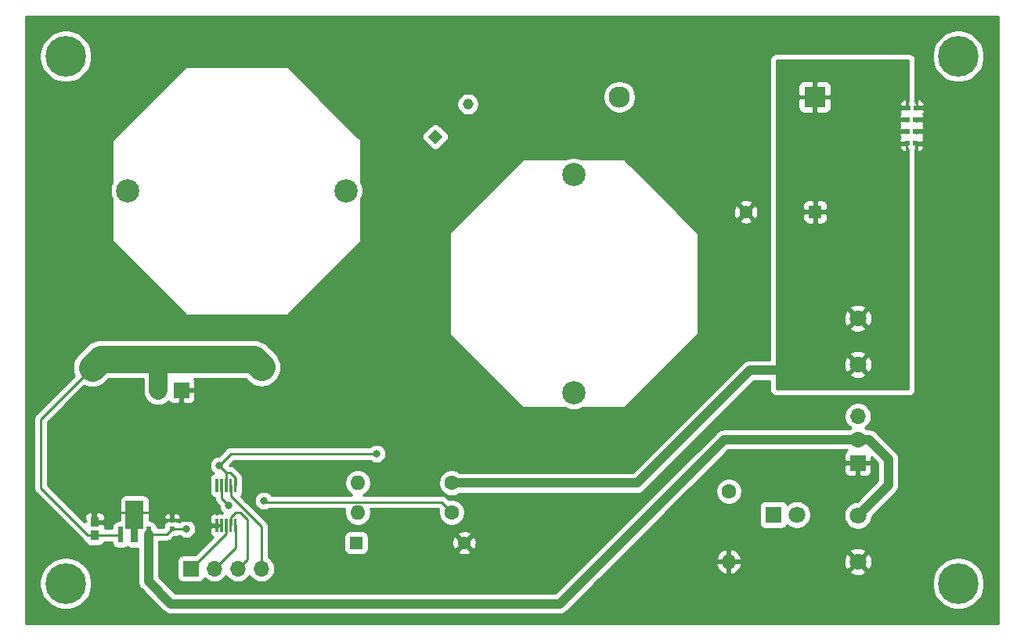
<source format=gtl>
G04 #@! TF.GenerationSoftware,KiCad,Pcbnew,5.1.10*
G04 #@! TF.CreationDate,2021-12-17T16:59:52-08:00*
G04 #@! TF.ProjectId,SEPIC,53455049-432e-46b6-9963-61645f706362,v0.1*
G04 #@! TF.SameCoordinates,Original*
G04 #@! TF.FileFunction,Copper,L1,Top*
G04 #@! TF.FilePolarity,Positive*
%FSLAX46Y46*%
G04 Gerber Fmt 4.6, Leading zero omitted, Abs format (unit mm)*
G04 Created by KiCad (PCBNEW 5.1.10) date 2021-12-17 16:59:52*
%MOMM*%
%LPD*%
G01*
G04 APERTURE LIST*
G04 #@! TA.AperFunction,ComponentPad*
%ADD10C,4.400000*%
G04 #@! TD*
G04 #@! TA.AperFunction,ComponentPad*
%ADD11C,2.300000*%
G04 #@! TD*
G04 #@! TA.AperFunction,ComponentPad*
%ADD12R,2.300000X2.300000*%
G04 #@! TD*
G04 #@! TA.AperFunction,SMDPad,CuDef*
%ADD13R,0.590000X0.630000*%
G04 #@! TD*
G04 #@! TA.AperFunction,ComponentPad*
%ADD14C,2.514600*%
G04 #@! TD*
G04 #@! TA.AperFunction,ComponentPad*
%ADD15R,1.700000X1.700000*%
G04 #@! TD*
G04 #@! TA.AperFunction,ComponentPad*
%ADD16O,1.700000X1.700000*%
G04 #@! TD*
G04 #@! TA.AperFunction,SMDPad,CuDef*
%ADD17R,0.930000X1.010000*%
G04 #@! TD*
G04 #@! TA.AperFunction,ComponentPad*
%ADD18R,1.150000X1.150000*%
G04 #@! TD*
G04 #@! TA.AperFunction,ComponentPad*
%ADD19C,1.150000*%
G04 #@! TD*
G04 #@! TA.AperFunction,SMDPad,CuDef*
%ADD20R,0.600000X0.530000*%
G04 #@! TD*
G04 #@! TA.AperFunction,ComponentPad*
%ADD21R,1.400000X1.400000*%
G04 #@! TD*
G04 #@! TA.AperFunction,ComponentPad*
%ADD22C,1.400000*%
G04 #@! TD*
G04 #@! TA.AperFunction,ComponentPad*
%ADD23R,1.800000X1.800000*%
G04 #@! TD*
G04 #@! TA.AperFunction,ComponentPad*
%ADD24C,1.800000*%
G04 #@! TD*
G04 #@! TA.AperFunction,ComponentPad*
%ADD25C,1.803400*%
G04 #@! TD*
G04 #@! TA.AperFunction,ComponentPad*
%ADD26C,1.600000*%
G04 #@! TD*
G04 #@! TA.AperFunction,ComponentPad*
%ADD27O,1.600000X1.600000*%
G04 #@! TD*
G04 #@! TA.AperFunction,ComponentPad*
%ADD28R,1.371600X1.371600*%
G04 #@! TD*
G04 #@! TA.AperFunction,ComponentPad*
%ADD29C,1.371600*%
G04 #@! TD*
G04 #@! TA.AperFunction,SMDPad,CuDef*
%ADD30R,0.580000X1.730000*%
G04 #@! TD*
G04 #@! TA.AperFunction,SMDPad,CuDef*
%ADD31C,0.100000*%
G04 #@! TD*
G04 #@! TA.AperFunction,ComponentPad*
%ADD32C,0.100000*%
G04 #@! TD*
G04 #@! TA.AperFunction,ViaPad*
%ADD33C,0.800000*%
G04 #@! TD*
G04 #@! TA.AperFunction,Conductor*
%ADD34C,0.250000*%
G04 #@! TD*
G04 #@! TA.AperFunction,Conductor*
%ADD35C,3.000000*%
G04 #@! TD*
G04 #@! TA.AperFunction,Conductor*
%ADD36C,2.000000*%
G04 #@! TD*
G04 #@! TA.AperFunction,Conductor*
%ADD37C,1.000000*%
G04 #@! TD*
G04 #@! TA.AperFunction,Conductor*
%ADD38C,0.254000*%
G04 #@! TD*
G04 #@! TA.AperFunction,Conductor*
%ADD39C,0.100000*%
G04 #@! TD*
G04 APERTURE END LIST*
D10*
X195000000Y-132922000D03*
X195000000Y-75866000D03*
X98472000Y-75866000D03*
X98470000Y-132920000D03*
D11*
X158352000Y-80264000D03*
D12*
X179468000Y-80264000D03*
D13*
X189533000Y-85293200D03*
X190373000Y-85293200D03*
X189533000Y-82727800D03*
X190373000Y-82727800D03*
X190373000Y-83997800D03*
X189533000Y-83997800D03*
D14*
X105156001Y-90424000D03*
X128756002Y-90424000D03*
X153416000Y-88667998D03*
X153416000Y-112267999D03*
D15*
X110998000Y-112014000D03*
D16*
X108458000Y-112014000D03*
D17*
X101600000Y-127709000D03*
X101600000Y-126291000D03*
D18*
X119634000Y-109514000D03*
D19*
X119634000Y-114514000D03*
D20*
X109982000Y-127000000D03*
X109982000Y-126126000D03*
D21*
X179518000Y-92710000D03*
D22*
X172018000Y-92710000D03*
D13*
X189558400Y-81432400D03*
X190398400Y-81432400D03*
D23*
X175006000Y-125476000D03*
D24*
X177546000Y-125476000D03*
D25*
X101346000Y-114554000D03*
X101346000Y-109554000D03*
X184150000Y-104220000D03*
X184150000Y-109220000D03*
X184150000Y-130556000D03*
X184150000Y-125556000D03*
D26*
X170180000Y-122936000D03*
D27*
X170180000Y-130556000D03*
D26*
X140208000Y-122047000D03*
D27*
X130048000Y-122047000D03*
D28*
X129886000Y-128524000D03*
D29*
X141570000Y-128524000D03*
D26*
X140208000Y-125222000D03*
D27*
X130048000Y-125222000D03*
D30*
X107418000Y-127619000D03*
X104418000Y-127619000D03*
G04 #@! TA.AperFunction,SMDPad,CuDef*
D31*
G36*
X104946596Y-123953025D02*
G01*
X104946881Y-123952087D01*
X104947343Y-123951222D01*
X104947964Y-123950464D01*
X104948722Y-123949843D01*
X104949587Y-123949381D01*
X104950525Y-123949096D01*
X104951500Y-123949000D01*
X106884500Y-123949000D01*
X106885475Y-123949096D01*
X106886413Y-123949381D01*
X106887278Y-123949843D01*
X106888036Y-123950464D01*
X106888657Y-123951222D01*
X106889119Y-123952087D01*
X106889404Y-123953025D01*
X106889500Y-123954000D01*
X106889500Y-126984000D01*
X106889404Y-126984975D01*
X106889119Y-126985913D01*
X106888657Y-126986778D01*
X106888036Y-126987536D01*
X106887278Y-126988157D01*
X106886413Y-126988619D01*
X106885475Y-126988904D01*
X106884500Y-126989000D01*
X106303000Y-126989000D01*
X106303000Y-128484000D01*
X106302904Y-128484975D01*
X106302619Y-128485913D01*
X106302157Y-128486778D01*
X106301536Y-128487536D01*
X106300778Y-128488157D01*
X106299913Y-128488619D01*
X106298975Y-128488904D01*
X106298000Y-128489000D01*
X105538000Y-128489000D01*
X105537025Y-128488904D01*
X105536087Y-128488619D01*
X105535222Y-128488157D01*
X105534464Y-128487536D01*
X105533843Y-128486778D01*
X105533381Y-128485913D01*
X105533096Y-128484975D01*
X105533000Y-128484000D01*
X105533000Y-126989000D01*
X104951500Y-126989000D01*
X104950525Y-126988904D01*
X104949587Y-126988619D01*
X104948722Y-126988157D01*
X104947964Y-126987536D01*
X104947343Y-126986778D01*
X104946881Y-126985913D01*
X104946596Y-126984975D01*
X104946500Y-126984000D01*
X104946500Y-123954000D01*
X104946596Y-123953025D01*
G37*
G04 #@! TD.AperFunction*
G04 #@! TA.AperFunction,SMDPad,CuDef*
G36*
G01*
X116695200Y-121575000D02*
X116952800Y-121575000D01*
G75*
G02*
X116964000Y-121586200I0J-11200D01*
G01*
X116964000Y-123033800D01*
G75*
G02*
X116952800Y-123045000I-11200J0D01*
G01*
X116695200Y-123045000D01*
G75*
G02*
X116684000Y-123033800I0J11200D01*
G01*
X116684000Y-121586200D01*
G75*
G02*
X116695200Y-121575000I11200J0D01*
G01*
G37*
G04 #@! TD.AperFunction*
G04 #@! TA.AperFunction,SMDPad,CuDef*
G36*
G01*
X116195200Y-121575000D02*
X116452800Y-121575000D01*
G75*
G02*
X116464000Y-121586200I0J-11200D01*
G01*
X116464000Y-123033800D01*
G75*
G02*
X116452800Y-123045000I-11200J0D01*
G01*
X116195200Y-123045000D01*
G75*
G02*
X116184000Y-123033800I0J11200D01*
G01*
X116184000Y-121586200D01*
G75*
G02*
X116195200Y-121575000I11200J0D01*
G01*
G37*
G04 #@! TD.AperFunction*
G04 #@! TA.AperFunction,SMDPad,CuDef*
G36*
G01*
X115695200Y-121575000D02*
X115952800Y-121575000D01*
G75*
G02*
X115964000Y-121586200I0J-11200D01*
G01*
X115964000Y-123033800D01*
G75*
G02*
X115952800Y-123045000I-11200J0D01*
G01*
X115695200Y-123045000D01*
G75*
G02*
X115684000Y-123033800I0J11200D01*
G01*
X115684000Y-121586200D01*
G75*
G02*
X115695200Y-121575000I11200J0D01*
G01*
G37*
G04 #@! TD.AperFunction*
G04 #@! TA.AperFunction,SMDPad,CuDef*
G36*
G01*
X115195200Y-121575000D02*
X115452800Y-121575000D01*
G75*
G02*
X115464000Y-121586200I0J-11200D01*
G01*
X115464000Y-123033800D01*
G75*
G02*
X115452800Y-123045000I-11200J0D01*
G01*
X115195200Y-123045000D01*
G75*
G02*
X115184000Y-123033800I0J11200D01*
G01*
X115184000Y-121586200D01*
G75*
G02*
X115195200Y-121575000I11200J0D01*
G01*
G37*
G04 #@! TD.AperFunction*
G04 #@! TA.AperFunction,SMDPad,CuDef*
G36*
G01*
X114695200Y-121575000D02*
X114952800Y-121575000D01*
G75*
G02*
X114964000Y-121586200I0J-11200D01*
G01*
X114964000Y-123033800D01*
G75*
G02*
X114952800Y-123045000I-11200J0D01*
G01*
X114695200Y-123045000D01*
G75*
G02*
X114684000Y-123033800I0J11200D01*
G01*
X114684000Y-121586200D01*
G75*
G02*
X114695200Y-121575000I11200J0D01*
G01*
G37*
G04 #@! TD.AperFunction*
G04 #@! TA.AperFunction,SMDPad,CuDef*
G36*
G01*
X114695200Y-125875000D02*
X114952800Y-125875000D01*
G75*
G02*
X114964000Y-125886200I0J-11200D01*
G01*
X114964000Y-127333800D01*
G75*
G02*
X114952800Y-127345000I-11200J0D01*
G01*
X114695200Y-127345000D01*
G75*
G02*
X114684000Y-127333800I0J11200D01*
G01*
X114684000Y-125886200D01*
G75*
G02*
X114695200Y-125875000I11200J0D01*
G01*
G37*
G04 #@! TD.AperFunction*
G04 #@! TA.AperFunction,SMDPad,CuDef*
G36*
G01*
X115195200Y-125875000D02*
X115452800Y-125875000D01*
G75*
G02*
X115464000Y-125886200I0J-11200D01*
G01*
X115464000Y-127333800D01*
G75*
G02*
X115452800Y-127345000I-11200J0D01*
G01*
X115195200Y-127345000D01*
G75*
G02*
X115184000Y-127333800I0J11200D01*
G01*
X115184000Y-125886200D01*
G75*
G02*
X115195200Y-125875000I11200J0D01*
G01*
G37*
G04 #@! TD.AperFunction*
G04 #@! TA.AperFunction,SMDPad,CuDef*
G36*
G01*
X115695200Y-125875000D02*
X115952800Y-125875000D01*
G75*
G02*
X115964000Y-125886200I0J-11200D01*
G01*
X115964000Y-127333800D01*
G75*
G02*
X115952800Y-127345000I-11200J0D01*
G01*
X115695200Y-127345000D01*
G75*
G02*
X115684000Y-127333800I0J11200D01*
G01*
X115684000Y-125886200D01*
G75*
G02*
X115695200Y-125875000I11200J0D01*
G01*
G37*
G04 #@! TD.AperFunction*
G04 #@! TA.AperFunction,SMDPad,CuDef*
G36*
G01*
X116195200Y-125875000D02*
X116452800Y-125875000D01*
G75*
G02*
X116464000Y-125886200I0J-11200D01*
G01*
X116464000Y-127333800D01*
G75*
G02*
X116452800Y-127345000I-11200J0D01*
G01*
X116195200Y-127345000D01*
G75*
G02*
X116184000Y-127333800I0J11200D01*
G01*
X116184000Y-125886200D01*
G75*
G02*
X116195200Y-125875000I11200J0D01*
G01*
G37*
G04 #@! TD.AperFunction*
G04 #@! TA.AperFunction,SMDPad,CuDef*
G36*
G01*
X116695200Y-125875000D02*
X116952800Y-125875000D01*
G75*
G02*
X116964000Y-125886200I0J-11200D01*
G01*
X116964000Y-127333800D01*
G75*
G02*
X116952800Y-127345000I-11200J0D01*
G01*
X116695200Y-127345000D01*
G75*
G02*
X116684000Y-127333800I0J11200D01*
G01*
X116684000Y-125886200D01*
G75*
G02*
X116695200Y-125875000I11200J0D01*
G01*
G37*
G04 #@! TD.AperFunction*
D15*
X112014000Y-131318000D03*
D16*
X114554000Y-131318000D03*
X117094000Y-131318000D03*
X119634000Y-131318000D03*
D15*
X184150000Y-119888000D03*
D16*
X184150000Y-117348000D03*
X184150000Y-114808000D03*
G04 #@! TA.AperFunction,ComponentPad*
D32*
G36*
X138440233Y-85384940D02*
G01*
X137627060Y-84571767D01*
X138440233Y-83758594D01*
X139253406Y-84571767D01*
X138440233Y-85384940D01*
G37*
G04 #@! TD.AperFunction*
D19*
X141975767Y-81036233D03*
D33*
X162941000Y-86106000D03*
X164338000Y-87249000D03*
X165608000Y-88646000D03*
X144526000Y-115824000D03*
X146050000Y-115824000D03*
X147574000Y-115824000D03*
X149098000Y-115824000D03*
X150622000Y-115824000D03*
X155702000Y-115824000D03*
X157226000Y-115824000D03*
X95758000Y-107696000D03*
X95758000Y-109220000D03*
X95758000Y-110744000D03*
X95758000Y-112268000D03*
X143510000Y-114300000D03*
X142494000Y-113284000D03*
X141478000Y-112268000D03*
X140462000Y-111252000D03*
X139446000Y-110236000D03*
X125222000Y-76708000D03*
X126238000Y-77724000D03*
X127254000Y-78740000D03*
X128270000Y-79756000D03*
X129286000Y-80772000D03*
X130302000Y-81788000D03*
X131318000Y-82804000D03*
X167894000Y-100076000D03*
X167894000Y-101600000D03*
X167894000Y-103124000D03*
X167894000Y-104648000D03*
X127254000Y-101346000D03*
X127254000Y-102616000D03*
X127254000Y-103886000D03*
X127254000Y-105156000D03*
X127254000Y-106426000D03*
X167894000Y-105918000D03*
X167005000Y-106934000D03*
X165989000Y-107950000D03*
X165100000Y-108966000D03*
X164211000Y-109982000D03*
X163322000Y-110998000D03*
X162433000Y-111887000D03*
X161417000Y-112903000D03*
X160401000Y-113792000D03*
X159258000Y-114808000D03*
X193040000Y-79502000D03*
X193040000Y-80772000D03*
X193040000Y-82042000D03*
X193040000Y-83312000D03*
X193040000Y-84582000D03*
X193040000Y-85852000D03*
X193040000Y-87122000D03*
X178054000Y-73660000D03*
X179324000Y-73660000D03*
X180594000Y-73660000D03*
X181864000Y-73660000D03*
X183134000Y-73660000D03*
X184404000Y-73660000D03*
X185674000Y-73660000D03*
X186944000Y-73660000D03*
X188214000Y-73660000D03*
X189484000Y-73660000D03*
X148844000Y-79502000D03*
X149860000Y-80264000D03*
X150876000Y-81280000D03*
X151892000Y-82042000D03*
X153162000Y-81280000D03*
X154178000Y-80264000D03*
X155448000Y-79502000D03*
X157480000Y-85852000D03*
X158496000Y-84836000D03*
X159512000Y-83820000D03*
X160782000Y-82804000D03*
X161544000Y-84836000D03*
X146050000Y-87630000D03*
X145034000Y-88646000D03*
X144018000Y-89408000D03*
X143002000Y-90424000D03*
X131572000Y-85344000D03*
X131572000Y-86614000D03*
X131572000Y-87884000D03*
X132842000Y-88646000D03*
X134112000Y-89154000D03*
X132842000Y-87376000D03*
X134112000Y-88138000D03*
X132842000Y-86106000D03*
X134112000Y-86868000D03*
X127762000Y-74422000D03*
X129032000Y-74422000D03*
X130302000Y-74422000D03*
X131572000Y-74422000D03*
X132842000Y-74422000D03*
X134112000Y-74422000D03*
X135382000Y-74422000D03*
X136652000Y-74422000D03*
X137922000Y-74422000D03*
X139192000Y-74422000D03*
X111506000Y-75946000D03*
X112776000Y-75946000D03*
X114046000Y-75946000D03*
X115316000Y-75946000D03*
X116586000Y-75946000D03*
X117856000Y-75946000D03*
X119126000Y-75946000D03*
X120396000Y-75946000D03*
X121666000Y-75946000D03*
X122936000Y-75946000D03*
X124206000Y-75946000D03*
X110490000Y-76708000D03*
X109474000Y-77724000D03*
X108458000Y-78740000D03*
X107442000Y-79756000D03*
X106426000Y-80772000D03*
X105410000Y-81788000D03*
X104394000Y-82804000D03*
X103378000Y-83820000D03*
X130810000Y-98552000D03*
X137414000Y-98552000D03*
X138684000Y-97536000D03*
X147574000Y-125984000D03*
X148590000Y-125984000D03*
X149606000Y-125984000D03*
X150622000Y-125984000D03*
X151638000Y-125984000D03*
X147574000Y-128524000D03*
X148590000Y-128524000D03*
X149606000Y-128524000D03*
X150622000Y-128524000D03*
X151638000Y-128524000D03*
X147574000Y-130810000D03*
X148590000Y-130810000D03*
X149606000Y-130810000D03*
X150622000Y-130810000D03*
X151638000Y-130810000D03*
X165100000Y-126492000D03*
X164338000Y-127508000D03*
X163576000Y-128524000D03*
X162814000Y-129540000D03*
X162052000Y-130556000D03*
X165354000Y-129032000D03*
X164592000Y-130048000D03*
X163830000Y-131064000D03*
X163068000Y-132080000D03*
X166116000Y-128016000D03*
X111506000Y-127000000D03*
X115062000Y-120142000D03*
X132080000Y-118872000D03*
X185420000Y-81026000D03*
X185420000Y-82296000D03*
X185420000Y-83566000D03*
X185420000Y-84836000D03*
X185420000Y-86106000D03*
X187198000Y-91440000D03*
X187198000Y-92710000D03*
X187198000Y-93980000D03*
X187198000Y-95250000D03*
X187198000Y-96520000D03*
X179324000Y-106172000D03*
X179324000Y-107442000D03*
X179324000Y-108712000D03*
X179324000Y-109982000D03*
X184404000Y-95758000D03*
X183388000Y-96774000D03*
X182372000Y-97790000D03*
X181356000Y-98806000D03*
X180340000Y-99822000D03*
X179324000Y-100838000D03*
X119888000Y-123952000D03*
X116078000Y-124460000D03*
D34*
X101346000Y-109554000D02*
X95758000Y-115142000D01*
X100885000Y-127709000D02*
X101600000Y-127709000D01*
X95758000Y-122582000D02*
X100885000Y-127709000D01*
X95758000Y-115142000D02*
X95758000Y-122582000D01*
X104328000Y-127709000D02*
X104418000Y-127619000D01*
X101600000Y-127709000D02*
X104328000Y-127709000D01*
D35*
X118772301Y-108652301D02*
X119634000Y-109514000D01*
X101346000Y-109554000D02*
X102247699Y-108652301D01*
D36*
X108458000Y-109728000D02*
X109533699Y-108652301D01*
X108458000Y-112014000D02*
X108458000Y-109728000D01*
D35*
X109533699Y-108652301D02*
X118772301Y-108652301D01*
X102247699Y-108652301D02*
X109533699Y-108652301D01*
D34*
X101346000Y-126037000D02*
X101600000Y-126291000D01*
X101346000Y-114554000D02*
X101346000Y-126037000D01*
X106680000Y-125222000D02*
X109078000Y-125222000D01*
X105918000Y-125984000D02*
X106680000Y-125222000D01*
X115324000Y-126610000D02*
X113910000Y-126610000D01*
X113426000Y-126126000D02*
X109982000Y-126126000D01*
X113910000Y-126610000D02*
X113426000Y-126126000D01*
D35*
X118692301Y-115455699D02*
X119634000Y-114514000D01*
X101346000Y-114554000D02*
X102247699Y-115455699D01*
X110985301Y-115455699D02*
X118692301Y-115455699D01*
X102247699Y-115455699D02*
X110985301Y-115455699D01*
D34*
X101600000Y-126291000D02*
X103071000Y-126291000D01*
X104140000Y-125222000D02*
X105156000Y-125222000D01*
X103071000Y-126291000D02*
X104140000Y-125222000D01*
X105156000Y-125222000D02*
X105918000Y-125984000D01*
X109363000Y-127619000D02*
X109982000Y-127000000D01*
X107418000Y-127619000D02*
X109363000Y-127619000D01*
X109982000Y-127000000D02*
X111506000Y-127000000D01*
X115824000Y-120904000D02*
X115824000Y-122310000D01*
X115062000Y-120142000D02*
X115824000Y-120904000D01*
X115062000Y-120142000D02*
X116332000Y-118872000D01*
X116332000Y-118872000D02*
X132080000Y-118872000D01*
X116824000Y-121481926D02*
X116824000Y-122310000D01*
X116246074Y-120904000D02*
X116824000Y-121481926D01*
X115824000Y-120904000D02*
X116246074Y-120904000D01*
D37*
X151892000Y-135128000D02*
X169672000Y-117348000D01*
X109855000Y-135128000D02*
X151892000Y-135128000D01*
X107418000Y-132691000D02*
X109855000Y-135128000D01*
X169672000Y-117348000D02*
X184150000Y-117348000D01*
X107418000Y-127619000D02*
X107418000Y-132691000D01*
X185352081Y-117348000D02*
X187452000Y-119447919D01*
X184150000Y-117348000D02*
X185352081Y-117348000D01*
X187452000Y-122254000D02*
X184150000Y-125556000D01*
X187452000Y-119447919D02*
X187452000Y-122254000D01*
X140208000Y-122047000D02*
X160274000Y-122047000D01*
X160274000Y-122047000D02*
X172466000Y-109855000D01*
X172466000Y-109855000D02*
X177165000Y-109855000D01*
D34*
X115824000Y-127508000D02*
X112014000Y-131318000D01*
X115824000Y-126610000D02*
X115824000Y-127508000D01*
X116824000Y-129048000D02*
X114554000Y-131318000D01*
X116824000Y-126610000D02*
X116824000Y-129048000D01*
X116324000Y-125781926D02*
X116883926Y-125222000D01*
X116324000Y-126610000D02*
X116324000Y-125781926D01*
X116883926Y-125222000D02*
X117348000Y-125222000D01*
X117348000Y-125222000D02*
X118110000Y-125984000D01*
X118110000Y-130302000D02*
X117094000Y-131318000D01*
X118110000Y-125984000D02*
X118110000Y-130302000D01*
X116324000Y-122310000D02*
X116324000Y-123436000D01*
X119634000Y-126746000D02*
X119634000Y-131318000D01*
X116324000Y-123436000D02*
X119634000Y-126746000D01*
X120032999Y-124096999D02*
X119888000Y-123952000D01*
X139082999Y-124096999D02*
X120032999Y-124096999D01*
X140208000Y-125222000D02*
X139082999Y-124096999D01*
X115324000Y-123706000D02*
X115324000Y-122310000D01*
X116078000Y-124460000D02*
X115324000Y-123706000D01*
D38*
X189611000Y-80716436D02*
X189572863Y-80762906D01*
X189513898Y-80873220D01*
X189477588Y-80992918D01*
X189465328Y-81117400D01*
X189465328Y-81579400D01*
X189431400Y-81579400D01*
X189431400Y-81559400D01*
X188787150Y-81559400D01*
X188628400Y-81718150D01*
X188625328Y-81747400D01*
X188637588Y-81871882D01*
X188673898Y-81991580D01*
X188708736Y-82056755D01*
X188707463Y-82058306D01*
X188648498Y-82168620D01*
X188612188Y-82288318D01*
X188599928Y-82412800D01*
X188603000Y-82442050D01*
X188761750Y-82600800D01*
X189406000Y-82600800D01*
X189406000Y-82580800D01*
X189439928Y-82580800D01*
X189439928Y-82874800D01*
X189406000Y-82874800D01*
X189406000Y-82854800D01*
X188761750Y-82854800D01*
X188603000Y-83013550D01*
X188599928Y-83042800D01*
X188612188Y-83167282D01*
X188648498Y-83286980D01*
X188689025Y-83362800D01*
X188648498Y-83438620D01*
X188612188Y-83558318D01*
X188599928Y-83682800D01*
X188603000Y-83712050D01*
X188761750Y-83870800D01*
X189406000Y-83870800D01*
X189406000Y-83850800D01*
X189439928Y-83850800D01*
X189439928Y-84144800D01*
X189406000Y-84144800D01*
X189406000Y-84124800D01*
X188761750Y-84124800D01*
X188603000Y-84283550D01*
X188599928Y-84312800D01*
X188612188Y-84437282D01*
X188648498Y-84556980D01*
X188695814Y-84645500D01*
X188648498Y-84734020D01*
X188612188Y-84853718D01*
X188599928Y-84978200D01*
X188603000Y-85007450D01*
X188761750Y-85166200D01*
X189406000Y-85166200D01*
X189406000Y-85146200D01*
X189439928Y-85146200D01*
X189439928Y-85608200D01*
X189452188Y-85732682D01*
X189488498Y-85852380D01*
X189547463Y-85962694D01*
X189611000Y-86040114D01*
X189611000Y-111887000D01*
X175387000Y-111887000D01*
X175387000Y-110285293D01*
X183264312Y-110285293D01*
X183348201Y-110539647D01*
X183621058Y-110670714D01*
X183914241Y-110746030D01*
X184216486Y-110762703D01*
X184516175Y-110720090D01*
X184801792Y-110619829D01*
X184951799Y-110539647D01*
X185035688Y-110285293D01*
X184150000Y-109399605D01*
X183264312Y-110285293D01*
X175387000Y-110285293D01*
X175387000Y-109286486D01*
X182607297Y-109286486D01*
X182649910Y-109586175D01*
X182750171Y-109871792D01*
X182830353Y-110021799D01*
X183084707Y-110105688D01*
X183970395Y-109220000D01*
X184329605Y-109220000D01*
X185215293Y-110105688D01*
X185469647Y-110021799D01*
X185600714Y-109748942D01*
X185676030Y-109455759D01*
X185692703Y-109153514D01*
X185650090Y-108853825D01*
X185549829Y-108568208D01*
X185469647Y-108418201D01*
X185215293Y-108334312D01*
X184329605Y-109220000D01*
X183970395Y-109220000D01*
X183084707Y-108334312D01*
X182830353Y-108418201D01*
X182699286Y-108691058D01*
X182623970Y-108984241D01*
X182607297Y-109286486D01*
X175387000Y-109286486D01*
X175387000Y-108154707D01*
X183264312Y-108154707D01*
X184150000Y-109040395D01*
X185035688Y-108154707D01*
X184951799Y-107900353D01*
X184678942Y-107769286D01*
X184385759Y-107693970D01*
X184083514Y-107677297D01*
X183783825Y-107719910D01*
X183498208Y-107820171D01*
X183348201Y-107900353D01*
X183264312Y-108154707D01*
X175387000Y-108154707D01*
X175387000Y-105285293D01*
X183264312Y-105285293D01*
X183348201Y-105539647D01*
X183621058Y-105670714D01*
X183914241Y-105746030D01*
X184216486Y-105762703D01*
X184516175Y-105720090D01*
X184801792Y-105619829D01*
X184951799Y-105539647D01*
X185035688Y-105285293D01*
X184150000Y-104399605D01*
X183264312Y-105285293D01*
X175387000Y-105285293D01*
X175387000Y-104286486D01*
X182607297Y-104286486D01*
X182649910Y-104586175D01*
X182750171Y-104871792D01*
X182830353Y-105021799D01*
X183084707Y-105105688D01*
X183970395Y-104220000D01*
X184329605Y-104220000D01*
X185215293Y-105105688D01*
X185469647Y-105021799D01*
X185600714Y-104748942D01*
X185676030Y-104455759D01*
X185692703Y-104153514D01*
X185650090Y-103853825D01*
X185549829Y-103568208D01*
X185469647Y-103418201D01*
X185215293Y-103334312D01*
X184329605Y-104220000D01*
X183970395Y-104220000D01*
X183084707Y-103334312D01*
X182830353Y-103418201D01*
X182699286Y-103691058D01*
X182623970Y-103984241D01*
X182607297Y-104286486D01*
X175387000Y-104286486D01*
X175387000Y-103154707D01*
X183264312Y-103154707D01*
X184150000Y-104040395D01*
X185035688Y-103154707D01*
X184951799Y-102900353D01*
X184678942Y-102769286D01*
X184385759Y-102693970D01*
X184083514Y-102677297D01*
X183783825Y-102719910D01*
X183498208Y-102820171D01*
X183348201Y-102900353D01*
X183264312Y-103154707D01*
X175387000Y-103154707D01*
X175387000Y-93410000D01*
X178179928Y-93410000D01*
X178192188Y-93534482D01*
X178228498Y-93654180D01*
X178287463Y-93764494D01*
X178366815Y-93861185D01*
X178463506Y-93940537D01*
X178573820Y-93999502D01*
X178693518Y-94035812D01*
X178818000Y-94048072D01*
X179232250Y-94045000D01*
X179391000Y-93886250D01*
X179391000Y-92837000D01*
X179645000Y-92837000D01*
X179645000Y-93886250D01*
X179803750Y-94045000D01*
X180218000Y-94048072D01*
X180342482Y-94035812D01*
X180462180Y-93999502D01*
X180572494Y-93940537D01*
X180669185Y-93861185D01*
X180748537Y-93764494D01*
X180807502Y-93654180D01*
X180843812Y-93534482D01*
X180856072Y-93410000D01*
X180853000Y-92995750D01*
X180694250Y-92837000D01*
X179645000Y-92837000D01*
X179391000Y-92837000D01*
X178341750Y-92837000D01*
X178183000Y-92995750D01*
X178179928Y-93410000D01*
X175387000Y-93410000D01*
X175387000Y-92010000D01*
X178179928Y-92010000D01*
X178183000Y-92424250D01*
X178341750Y-92583000D01*
X179391000Y-92583000D01*
X179391000Y-91533750D01*
X179645000Y-91533750D01*
X179645000Y-92583000D01*
X180694250Y-92583000D01*
X180853000Y-92424250D01*
X180856072Y-92010000D01*
X180843812Y-91885518D01*
X180807502Y-91765820D01*
X180748537Y-91655506D01*
X180669185Y-91558815D01*
X180572494Y-91479463D01*
X180462180Y-91420498D01*
X180342482Y-91384188D01*
X180218000Y-91371928D01*
X179803750Y-91375000D01*
X179645000Y-91533750D01*
X179391000Y-91533750D01*
X179232250Y-91375000D01*
X178818000Y-91371928D01*
X178693518Y-91384188D01*
X178573820Y-91420498D01*
X178463506Y-91479463D01*
X178366815Y-91558815D01*
X178287463Y-91655506D01*
X178228498Y-91765820D01*
X178192188Y-91885518D01*
X178179928Y-92010000D01*
X175387000Y-92010000D01*
X175387000Y-85608200D01*
X188599928Y-85608200D01*
X188612188Y-85732682D01*
X188648498Y-85852380D01*
X188707463Y-85962694D01*
X188786815Y-86059385D01*
X188883506Y-86138737D01*
X188993820Y-86197702D01*
X189113518Y-86234012D01*
X189238000Y-86246272D01*
X189247250Y-86243200D01*
X189406000Y-86084450D01*
X189406000Y-85420200D01*
X188761750Y-85420200D01*
X188603000Y-85578950D01*
X188599928Y-85608200D01*
X175387000Y-85608200D01*
X175387000Y-81414000D01*
X177679928Y-81414000D01*
X177692188Y-81538482D01*
X177728498Y-81658180D01*
X177787463Y-81768494D01*
X177866815Y-81865185D01*
X177963506Y-81944537D01*
X178073820Y-82003502D01*
X178193518Y-82039812D01*
X178318000Y-82052072D01*
X179211250Y-82049000D01*
X179370000Y-81890250D01*
X179370000Y-80362000D01*
X179566000Y-80362000D01*
X179566000Y-81890250D01*
X179724750Y-82049000D01*
X180618000Y-82052072D01*
X180742482Y-82039812D01*
X180862180Y-82003502D01*
X180972494Y-81944537D01*
X181069185Y-81865185D01*
X181148537Y-81768494D01*
X181207502Y-81658180D01*
X181243812Y-81538482D01*
X181256072Y-81414000D01*
X181255052Y-81117400D01*
X188625328Y-81117400D01*
X188628400Y-81146650D01*
X188787150Y-81305400D01*
X189431400Y-81305400D01*
X189431400Y-80641150D01*
X189272650Y-80482400D01*
X189263400Y-80479328D01*
X189138918Y-80491588D01*
X189019220Y-80527898D01*
X188908906Y-80586863D01*
X188812215Y-80666215D01*
X188732863Y-80762906D01*
X188673898Y-80873220D01*
X188637588Y-80992918D01*
X188625328Y-81117400D01*
X181255052Y-81117400D01*
X181253000Y-80520750D01*
X181094250Y-80362000D01*
X179566000Y-80362000D01*
X179370000Y-80362000D01*
X177841750Y-80362000D01*
X177683000Y-80520750D01*
X177679928Y-81414000D01*
X175387000Y-81414000D01*
X175387000Y-79114000D01*
X177679928Y-79114000D01*
X177683000Y-80007250D01*
X177841750Y-80166000D01*
X179370000Y-80166000D01*
X179370000Y-78637750D01*
X179566000Y-78637750D01*
X179566000Y-80166000D01*
X181094250Y-80166000D01*
X181253000Y-80007250D01*
X181256072Y-79114000D01*
X181243812Y-78989518D01*
X181207502Y-78869820D01*
X181148537Y-78759506D01*
X181069185Y-78662815D01*
X180972494Y-78583463D01*
X180862180Y-78524498D01*
X180742482Y-78488188D01*
X180618000Y-78475928D01*
X179724750Y-78479000D01*
X179566000Y-78637750D01*
X179370000Y-78637750D01*
X179211250Y-78479000D01*
X178318000Y-78475928D01*
X178193518Y-78488188D01*
X178073820Y-78524498D01*
X177963506Y-78583463D01*
X177866815Y-78662815D01*
X177787463Y-78759506D01*
X177728498Y-78869820D01*
X177692188Y-78989518D01*
X177679928Y-79114000D01*
X175387000Y-79114000D01*
X175387000Y-76327000D01*
X189611000Y-76327000D01*
X189611000Y-80716436D01*
G04 #@! TA.AperFunction,Conductor*
D39*
G36*
X189611000Y-80716436D02*
G01*
X189572863Y-80762906D01*
X189513898Y-80873220D01*
X189477588Y-80992918D01*
X189465328Y-81117400D01*
X189465328Y-81579400D01*
X189431400Y-81579400D01*
X189431400Y-81559400D01*
X188787150Y-81559400D01*
X188628400Y-81718150D01*
X188625328Y-81747400D01*
X188637588Y-81871882D01*
X188673898Y-81991580D01*
X188708736Y-82056755D01*
X188707463Y-82058306D01*
X188648498Y-82168620D01*
X188612188Y-82288318D01*
X188599928Y-82412800D01*
X188603000Y-82442050D01*
X188761750Y-82600800D01*
X189406000Y-82600800D01*
X189406000Y-82580800D01*
X189439928Y-82580800D01*
X189439928Y-82874800D01*
X189406000Y-82874800D01*
X189406000Y-82854800D01*
X188761750Y-82854800D01*
X188603000Y-83013550D01*
X188599928Y-83042800D01*
X188612188Y-83167282D01*
X188648498Y-83286980D01*
X188689025Y-83362800D01*
X188648498Y-83438620D01*
X188612188Y-83558318D01*
X188599928Y-83682800D01*
X188603000Y-83712050D01*
X188761750Y-83870800D01*
X189406000Y-83870800D01*
X189406000Y-83850800D01*
X189439928Y-83850800D01*
X189439928Y-84144800D01*
X189406000Y-84144800D01*
X189406000Y-84124800D01*
X188761750Y-84124800D01*
X188603000Y-84283550D01*
X188599928Y-84312800D01*
X188612188Y-84437282D01*
X188648498Y-84556980D01*
X188695814Y-84645500D01*
X188648498Y-84734020D01*
X188612188Y-84853718D01*
X188599928Y-84978200D01*
X188603000Y-85007450D01*
X188761750Y-85166200D01*
X189406000Y-85166200D01*
X189406000Y-85146200D01*
X189439928Y-85146200D01*
X189439928Y-85608200D01*
X189452188Y-85732682D01*
X189488498Y-85852380D01*
X189547463Y-85962694D01*
X189611000Y-86040114D01*
X189611000Y-111887000D01*
X175387000Y-111887000D01*
X175387000Y-110285293D01*
X183264312Y-110285293D01*
X183348201Y-110539647D01*
X183621058Y-110670714D01*
X183914241Y-110746030D01*
X184216486Y-110762703D01*
X184516175Y-110720090D01*
X184801792Y-110619829D01*
X184951799Y-110539647D01*
X185035688Y-110285293D01*
X184150000Y-109399605D01*
X183264312Y-110285293D01*
X175387000Y-110285293D01*
X175387000Y-109286486D01*
X182607297Y-109286486D01*
X182649910Y-109586175D01*
X182750171Y-109871792D01*
X182830353Y-110021799D01*
X183084707Y-110105688D01*
X183970395Y-109220000D01*
X184329605Y-109220000D01*
X185215293Y-110105688D01*
X185469647Y-110021799D01*
X185600714Y-109748942D01*
X185676030Y-109455759D01*
X185692703Y-109153514D01*
X185650090Y-108853825D01*
X185549829Y-108568208D01*
X185469647Y-108418201D01*
X185215293Y-108334312D01*
X184329605Y-109220000D01*
X183970395Y-109220000D01*
X183084707Y-108334312D01*
X182830353Y-108418201D01*
X182699286Y-108691058D01*
X182623970Y-108984241D01*
X182607297Y-109286486D01*
X175387000Y-109286486D01*
X175387000Y-108154707D01*
X183264312Y-108154707D01*
X184150000Y-109040395D01*
X185035688Y-108154707D01*
X184951799Y-107900353D01*
X184678942Y-107769286D01*
X184385759Y-107693970D01*
X184083514Y-107677297D01*
X183783825Y-107719910D01*
X183498208Y-107820171D01*
X183348201Y-107900353D01*
X183264312Y-108154707D01*
X175387000Y-108154707D01*
X175387000Y-105285293D01*
X183264312Y-105285293D01*
X183348201Y-105539647D01*
X183621058Y-105670714D01*
X183914241Y-105746030D01*
X184216486Y-105762703D01*
X184516175Y-105720090D01*
X184801792Y-105619829D01*
X184951799Y-105539647D01*
X185035688Y-105285293D01*
X184150000Y-104399605D01*
X183264312Y-105285293D01*
X175387000Y-105285293D01*
X175387000Y-104286486D01*
X182607297Y-104286486D01*
X182649910Y-104586175D01*
X182750171Y-104871792D01*
X182830353Y-105021799D01*
X183084707Y-105105688D01*
X183970395Y-104220000D01*
X184329605Y-104220000D01*
X185215293Y-105105688D01*
X185469647Y-105021799D01*
X185600714Y-104748942D01*
X185676030Y-104455759D01*
X185692703Y-104153514D01*
X185650090Y-103853825D01*
X185549829Y-103568208D01*
X185469647Y-103418201D01*
X185215293Y-103334312D01*
X184329605Y-104220000D01*
X183970395Y-104220000D01*
X183084707Y-103334312D01*
X182830353Y-103418201D01*
X182699286Y-103691058D01*
X182623970Y-103984241D01*
X182607297Y-104286486D01*
X175387000Y-104286486D01*
X175387000Y-103154707D01*
X183264312Y-103154707D01*
X184150000Y-104040395D01*
X185035688Y-103154707D01*
X184951799Y-102900353D01*
X184678942Y-102769286D01*
X184385759Y-102693970D01*
X184083514Y-102677297D01*
X183783825Y-102719910D01*
X183498208Y-102820171D01*
X183348201Y-102900353D01*
X183264312Y-103154707D01*
X175387000Y-103154707D01*
X175387000Y-93410000D01*
X178179928Y-93410000D01*
X178192188Y-93534482D01*
X178228498Y-93654180D01*
X178287463Y-93764494D01*
X178366815Y-93861185D01*
X178463506Y-93940537D01*
X178573820Y-93999502D01*
X178693518Y-94035812D01*
X178818000Y-94048072D01*
X179232250Y-94045000D01*
X179391000Y-93886250D01*
X179391000Y-92837000D01*
X179645000Y-92837000D01*
X179645000Y-93886250D01*
X179803750Y-94045000D01*
X180218000Y-94048072D01*
X180342482Y-94035812D01*
X180462180Y-93999502D01*
X180572494Y-93940537D01*
X180669185Y-93861185D01*
X180748537Y-93764494D01*
X180807502Y-93654180D01*
X180843812Y-93534482D01*
X180856072Y-93410000D01*
X180853000Y-92995750D01*
X180694250Y-92837000D01*
X179645000Y-92837000D01*
X179391000Y-92837000D01*
X178341750Y-92837000D01*
X178183000Y-92995750D01*
X178179928Y-93410000D01*
X175387000Y-93410000D01*
X175387000Y-92010000D01*
X178179928Y-92010000D01*
X178183000Y-92424250D01*
X178341750Y-92583000D01*
X179391000Y-92583000D01*
X179391000Y-91533750D01*
X179645000Y-91533750D01*
X179645000Y-92583000D01*
X180694250Y-92583000D01*
X180853000Y-92424250D01*
X180856072Y-92010000D01*
X180843812Y-91885518D01*
X180807502Y-91765820D01*
X180748537Y-91655506D01*
X180669185Y-91558815D01*
X180572494Y-91479463D01*
X180462180Y-91420498D01*
X180342482Y-91384188D01*
X180218000Y-91371928D01*
X179803750Y-91375000D01*
X179645000Y-91533750D01*
X179391000Y-91533750D01*
X179232250Y-91375000D01*
X178818000Y-91371928D01*
X178693518Y-91384188D01*
X178573820Y-91420498D01*
X178463506Y-91479463D01*
X178366815Y-91558815D01*
X178287463Y-91655506D01*
X178228498Y-91765820D01*
X178192188Y-91885518D01*
X178179928Y-92010000D01*
X175387000Y-92010000D01*
X175387000Y-85608200D01*
X188599928Y-85608200D01*
X188612188Y-85732682D01*
X188648498Y-85852380D01*
X188707463Y-85962694D01*
X188786815Y-86059385D01*
X188883506Y-86138737D01*
X188993820Y-86197702D01*
X189113518Y-86234012D01*
X189238000Y-86246272D01*
X189247250Y-86243200D01*
X189406000Y-86084450D01*
X189406000Y-85420200D01*
X188761750Y-85420200D01*
X188603000Y-85578950D01*
X188599928Y-85608200D01*
X175387000Y-85608200D01*
X175387000Y-81414000D01*
X177679928Y-81414000D01*
X177692188Y-81538482D01*
X177728498Y-81658180D01*
X177787463Y-81768494D01*
X177866815Y-81865185D01*
X177963506Y-81944537D01*
X178073820Y-82003502D01*
X178193518Y-82039812D01*
X178318000Y-82052072D01*
X179211250Y-82049000D01*
X179370000Y-81890250D01*
X179370000Y-80362000D01*
X179566000Y-80362000D01*
X179566000Y-81890250D01*
X179724750Y-82049000D01*
X180618000Y-82052072D01*
X180742482Y-82039812D01*
X180862180Y-82003502D01*
X180972494Y-81944537D01*
X181069185Y-81865185D01*
X181148537Y-81768494D01*
X181207502Y-81658180D01*
X181243812Y-81538482D01*
X181256072Y-81414000D01*
X181255052Y-81117400D01*
X188625328Y-81117400D01*
X188628400Y-81146650D01*
X188787150Y-81305400D01*
X189431400Y-81305400D01*
X189431400Y-80641150D01*
X189272650Y-80482400D01*
X189263400Y-80479328D01*
X189138918Y-80491588D01*
X189019220Y-80527898D01*
X188908906Y-80586863D01*
X188812215Y-80666215D01*
X188732863Y-80762906D01*
X188673898Y-80873220D01*
X188637588Y-80992918D01*
X188625328Y-81117400D01*
X181255052Y-81117400D01*
X181253000Y-80520750D01*
X181094250Y-80362000D01*
X179566000Y-80362000D01*
X179370000Y-80362000D01*
X177841750Y-80362000D01*
X177683000Y-80520750D01*
X177679928Y-81414000D01*
X175387000Y-81414000D01*
X175387000Y-79114000D01*
X177679928Y-79114000D01*
X177683000Y-80007250D01*
X177841750Y-80166000D01*
X179370000Y-80166000D01*
X179370000Y-78637750D01*
X179566000Y-78637750D01*
X179566000Y-80166000D01*
X181094250Y-80166000D01*
X181253000Y-80007250D01*
X181256072Y-79114000D01*
X181243812Y-78989518D01*
X181207502Y-78869820D01*
X181148537Y-78759506D01*
X181069185Y-78662815D01*
X180972494Y-78583463D01*
X180862180Y-78524498D01*
X180742482Y-78488188D01*
X180618000Y-78475928D01*
X179724750Y-78479000D01*
X179566000Y-78637750D01*
X179370000Y-78637750D01*
X179211250Y-78479000D01*
X178318000Y-78475928D01*
X178193518Y-78488188D01*
X178073820Y-78524498D01*
X177963506Y-78583463D01*
X177866815Y-78662815D01*
X177787463Y-78759506D01*
X177728498Y-78869820D01*
X177692188Y-78989518D01*
X177679928Y-79114000D01*
X175387000Y-79114000D01*
X175387000Y-76327000D01*
X189611000Y-76327000D01*
X189611000Y-80716436D01*
G37*
G04 #@! TD.AperFunction*
D38*
X199340001Y-137262000D02*
X94132000Y-137262000D01*
X94132000Y-132640777D01*
X95635000Y-132640777D01*
X95635000Y-133199223D01*
X95743948Y-133746939D01*
X95957656Y-134262876D01*
X96267912Y-134727207D01*
X96662793Y-135122088D01*
X97127124Y-135432344D01*
X97643061Y-135646052D01*
X98190777Y-135755000D01*
X98749223Y-135755000D01*
X99296939Y-135646052D01*
X99812876Y-135432344D01*
X100277207Y-135122088D01*
X100672088Y-134727207D01*
X100982344Y-134262876D01*
X101196052Y-133746939D01*
X101305000Y-133199223D01*
X101305000Y-132640777D01*
X101196052Y-132093061D01*
X100982344Y-131577124D01*
X100672088Y-131112793D01*
X100277207Y-130717912D01*
X99812876Y-130407656D01*
X99296939Y-130193948D01*
X98749223Y-130085000D01*
X98190777Y-130085000D01*
X97643061Y-130193948D01*
X97127124Y-130407656D01*
X96662793Y-130717912D01*
X96267912Y-131112793D01*
X95957656Y-131577124D01*
X95743948Y-132093061D01*
X95635000Y-132640777D01*
X94132000Y-132640777D01*
X94132000Y-115142000D01*
X94994324Y-115142000D01*
X94998000Y-115179322D01*
X94998001Y-122544668D01*
X94994324Y-122582000D01*
X95008998Y-122730985D01*
X95052454Y-122874246D01*
X95123026Y-123006276D01*
X95194201Y-123093002D01*
X95218000Y-123122001D01*
X95246998Y-123145799D01*
X100321201Y-128220003D01*
X100344999Y-128249001D01*
X100373997Y-128272799D01*
X100460723Y-128343974D01*
X100505678Y-128368003D01*
X100520555Y-128375955D01*
X100545498Y-128458180D01*
X100604463Y-128568494D01*
X100683815Y-128665185D01*
X100780506Y-128744537D01*
X100890820Y-128803502D01*
X101010518Y-128839812D01*
X101135000Y-128852072D01*
X102065000Y-128852072D01*
X102189482Y-128839812D01*
X102309180Y-128803502D01*
X102419494Y-128744537D01*
X102516185Y-128665185D01*
X102595537Y-128568494D01*
X102648718Y-128469000D01*
X103489928Y-128469000D01*
X103489928Y-128484000D01*
X103502188Y-128608482D01*
X103538498Y-128728180D01*
X103597463Y-128838494D01*
X103676815Y-128935185D01*
X103773506Y-129014537D01*
X103883820Y-129073502D01*
X104003518Y-129109812D01*
X104128000Y-129122072D01*
X104708000Y-129122072D01*
X104832482Y-129109812D01*
X104952180Y-129073502D01*
X105062494Y-129014537D01*
X105117980Y-128969001D01*
X105130094Y-128981115D01*
X105130852Y-128981736D01*
X105234615Y-129050981D01*
X105235480Y-129051443D01*
X105350590Y-129099132D01*
X105351528Y-129099417D01*
X105474502Y-129123905D01*
X105475477Y-129124001D01*
X105538000Y-129127072D01*
X106283000Y-129127072D01*
X106283001Y-132635239D01*
X106277509Y-132691000D01*
X106299423Y-132913498D01*
X106364324Y-133127446D01*
X106364325Y-133127447D01*
X106469717Y-133324623D01*
X106611552Y-133497449D01*
X106654860Y-133532991D01*
X109013009Y-135891141D01*
X109048551Y-135934449D01*
X109221377Y-136076284D01*
X109418553Y-136181676D01*
X109632501Y-136246577D01*
X109799248Y-136263000D01*
X109799257Y-136263000D01*
X109854999Y-136268490D01*
X109910741Y-136263000D01*
X151836249Y-136263000D01*
X151892000Y-136268491D01*
X151947751Y-136263000D01*
X151947752Y-136263000D01*
X152114499Y-136246577D01*
X152328447Y-136181676D01*
X152525623Y-136076284D01*
X152698449Y-135934449D01*
X152733996Y-135891135D01*
X155982354Y-132642777D01*
X192165000Y-132642777D01*
X192165000Y-133201223D01*
X192273948Y-133748939D01*
X192487656Y-134264876D01*
X192797912Y-134729207D01*
X193192793Y-135124088D01*
X193657124Y-135434344D01*
X194173061Y-135648052D01*
X194720777Y-135757000D01*
X195279223Y-135757000D01*
X195826939Y-135648052D01*
X196342876Y-135434344D01*
X196807207Y-135124088D01*
X197202088Y-134729207D01*
X197512344Y-134264876D01*
X197726052Y-133748939D01*
X197835000Y-133201223D01*
X197835000Y-132642777D01*
X197726052Y-132095061D01*
X197512344Y-131579124D01*
X197202088Y-131114793D01*
X196807207Y-130719912D01*
X196342876Y-130409656D01*
X195826939Y-130195948D01*
X195279223Y-130087000D01*
X194720777Y-130087000D01*
X194173061Y-130195948D01*
X193657124Y-130409656D01*
X193192793Y-130719912D01*
X192797912Y-131114793D01*
X192487656Y-131579124D01*
X192273948Y-132095061D01*
X192165000Y-132642777D01*
X155982354Y-132642777D01*
X157720091Y-130905040D01*
X168788091Y-130905040D01*
X168882930Y-131169881D01*
X169027615Y-131411131D01*
X169216586Y-131619519D01*
X169442580Y-131787037D01*
X169696913Y-131907246D01*
X169830961Y-131947904D01*
X170053000Y-131825915D01*
X170053000Y-130683000D01*
X170307000Y-130683000D01*
X170307000Y-131825915D01*
X170529039Y-131947904D01*
X170663087Y-131907246D01*
X170917420Y-131787037D01*
X171141020Y-131621293D01*
X183264312Y-131621293D01*
X183348201Y-131875647D01*
X183621058Y-132006714D01*
X183914241Y-132082030D01*
X184216486Y-132098703D01*
X184516175Y-132056090D01*
X184801792Y-131955829D01*
X184951799Y-131875647D01*
X185035688Y-131621293D01*
X184150000Y-130735605D01*
X183264312Y-131621293D01*
X171141020Y-131621293D01*
X171143414Y-131619519D01*
X171332385Y-131411131D01*
X171477070Y-131169881D01*
X171571909Y-130905040D01*
X171450624Y-130683000D01*
X170307000Y-130683000D01*
X170053000Y-130683000D01*
X168909376Y-130683000D01*
X168788091Y-130905040D01*
X157720091Y-130905040D01*
X158002645Y-130622486D01*
X182607297Y-130622486D01*
X182649910Y-130922175D01*
X182750171Y-131207792D01*
X182830353Y-131357799D01*
X183084707Y-131441688D01*
X183970395Y-130556000D01*
X184329605Y-130556000D01*
X185215293Y-131441688D01*
X185469647Y-131357799D01*
X185600714Y-131084942D01*
X185676030Y-130791759D01*
X185692703Y-130489514D01*
X185650090Y-130189825D01*
X185549829Y-129904208D01*
X185469647Y-129754201D01*
X185215293Y-129670312D01*
X184329605Y-130556000D01*
X183970395Y-130556000D01*
X183084707Y-129670312D01*
X182830353Y-129754201D01*
X182699286Y-130027058D01*
X182623970Y-130320241D01*
X182607297Y-130622486D01*
X158002645Y-130622486D01*
X158418171Y-130206960D01*
X168788091Y-130206960D01*
X168909376Y-130429000D01*
X170053000Y-130429000D01*
X170053000Y-129286085D01*
X170307000Y-129286085D01*
X170307000Y-130429000D01*
X171450624Y-130429000D01*
X171571909Y-130206960D01*
X171477070Y-129942119D01*
X171332385Y-129700869D01*
X171143414Y-129492481D01*
X171141021Y-129490707D01*
X183264312Y-129490707D01*
X184150000Y-130376395D01*
X185035688Y-129490707D01*
X184951799Y-129236353D01*
X184678942Y-129105286D01*
X184385759Y-129029970D01*
X184083514Y-129013297D01*
X183783825Y-129055910D01*
X183498208Y-129156171D01*
X183348201Y-129236353D01*
X183264312Y-129490707D01*
X171141021Y-129490707D01*
X170917420Y-129324963D01*
X170663087Y-129204754D01*
X170529039Y-129164096D01*
X170307000Y-129286085D01*
X170053000Y-129286085D01*
X169830961Y-129164096D01*
X169696913Y-129204754D01*
X169442580Y-129324963D01*
X169216586Y-129492481D01*
X169027615Y-129700869D01*
X168882930Y-129942119D01*
X168788091Y-130206960D01*
X158418171Y-130206960D01*
X164049131Y-124576000D01*
X173467928Y-124576000D01*
X173467928Y-126376000D01*
X173480188Y-126500482D01*
X173516498Y-126620180D01*
X173575463Y-126730494D01*
X173654815Y-126827185D01*
X173751506Y-126906537D01*
X173861820Y-126965502D01*
X173981518Y-127001812D01*
X174106000Y-127014072D01*
X175906000Y-127014072D01*
X176030482Y-127001812D01*
X176150180Y-126965502D01*
X176260494Y-126906537D01*
X176357185Y-126827185D01*
X176436537Y-126730494D01*
X176495502Y-126620180D01*
X176501056Y-126601873D01*
X176567495Y-126668312D01*
X176818905Y-126836299D01*
X177098257Y-126952011D01*
X177394816Y-127011000D01*
X177697184Y-127011000D01*
X177993743Y-126952011D01*
X178273095Y-126836299D01*
X178524505Y-126668312D01*
X178738312Y-126454505D01*
X178906299Y-126203095D01*
X179022011Y-125923743D01*
X179081000Y-125627184D01*
X179081000Y-125324816D01*
X179022011Y-125028257D01*
X178906299Y-124748905D01*
X178738312Y-124497495D01*
X178524505Y-124283688D01*
X178273095Y-124115701D01*
X177993743Y-123999989D01*
X177697184Y-123941000D01*
X177394816Y-123941000D01*
X177098257Y-123999989D01*
X176818905Y-124115701D01*
X176567495Y-124283688D01*
X176501056Y-124350127D01*
X176495502Y-124331820D01*
X176436537Y-124221506D01*
X176357185Y-124124815D01*
X176260494Y-124045463D01*
X176150180Y-123986498D01*
X176030482Y-123950188D01*
X175906000Y-123937928D01*
X174106000Y-123937928D01*
X173981518Y-123950188D01*
X173861820Y-123986498D01*
X173751506Y-124045463D01*
X173654815Y-124124815D01*
X173575463Y-124221506D01*
X173516498Y-124331820D01*
X173480188Y-124451518D01*
X173467928Y-124576000D01*
X164049131Y-124576000D01*
X165830466Y-122794665D01*
X168745000Y-122794665D01*
X168745000Y-123077335D01*
X168800147Y-123354574D01*
X168908320Y-123615727D01*
X169065363Y-123850759D01*
X169265241Y-124050637D01*
X169500273Y-124207680D01*
X169761426Y-124315853D01*
X170038665Y-124371000D01*
X170321335Y-124371000D01*
X170598574Y-124315853D01*
X170859727Y-124207680D01*
X171094759Y-124050637D01*
X171294637Y-123850759D01*
X171451680Y-123615727D01*
X171559853Y-123354574D01*
X171615000Y-123077335D01*
X171615000Y-122794665D01*
X171559853Y-122517426D01*
X171451680Y-122256273D01*
X171294637Y-122021241D01*
X171094759Y-121821363D01*
X170859727Y-121664320D01*
X170598574Y-121556147D01*
X170321335Y-121501000D01*
X170038665Y-121501000D01*
X169761426Y-121556147D01*
X169500273Y-121664320D01*
X169265241Y-121821363D01*
X169065363Y-122021241D01*
X168908320Y-122256273D01*
X168800147Y-122517426D01*
X168745000Y-122794665D01*
X165830466Y-122794665D01*
X167887131Y-120738000D01*
X182661928Y-120738000D01*
X182674188Y-120862482D01*
X182710498Y-120982180D01*
X182769463Y-121092494D01*
X182848815Y-121189185D01*
X182945506Y-121268537D01*
X183055820Y-121327502D01*
X183175518Y-121363812D01*
X183300000Y-121376072D01*
X183864250Y-121373000D01*
X184023000Y-121214250D01*
X184023000Y-120015000D01*
X184277000Y-120015000D01*
X184277000Y-121214250D01*
X184435750Y-121373000D01*
X185000000Y-121376072D01*
X185124482Y-121363812D01*
X185244180Y-121327502D01*
X185354494Y-121268537D01*
X185451185Y-121189185D01*
X185530537Y-121092494D01*
X185589502Y-120982180D01*
X185625812Y-120862482D01*
X185638072Y-120738000D01*
X185635000Y-120173750D01*
X185476250Y-120015000D01*
X184277000Y-120015000D01*
X184023000Y-120015000D01*
X182823750Y-120015000D01*
X182665000Y-120173750D01*
X182661928Y-120738000D01*
X167887131Y-120738000D01*
X170142132Y-118483000D01*
X182991272Y-118483000D01*
X182945506Y-118507463D01*
X182848815Y-118586815D01*
X182769463Y-118683506D01*
X182710498Y-118793820D01*
X182674188Y-118913518D01*
X182661928Y-119038000D01*
X182665000Y-119602250D01*
X182823750Y-119761000D01*
X184023000Y-119761000D01*
X184023000Y-119741000D01*
X184277000Y-119741000D01*
X184277000Y-119761000D01*
X185476250Y-119761000D01*
X185635000Y-119602250D01*
X185636983Y-119238033D01*
X186317000Y-119918051D01*
X186317001Y-121783867D01*
X184081569Y-124019300D01*
X183998648Y-124019300D01*
X183701761Y-124078355D01*
X183422100Y-124194195D01*
X183170411Y-124362368D01*
X182956368Y-124576411D01*
X182788195Y-124828100D01*
X182672355Y-125107761D01*
X182613300Y-125404648D01*
X182613300Y-125707352D01*
X182672355Y-126004239D01*
X182788195Y-126283900D01*
X182956368Y-126535589D01*
X183170411Y-126749632D01*
X183422100Y-126917805D01*
X183701761Y-127033645D01*
X183998648Y-127092700D01*
X184301352Y-127092700D01*
X184598239Y-127033645D01*
X184877900Y-126917805D01*
X185129589Y-126749632D01*
X185343632Y-126535589D01*
X185511805Y-126283900D01*
X185627645Y-126004239D01*
X185686700Y-125707352D01*
X185686700Y-125624431D01*
X188215141Y-123095991D01*
X188258449Y-123060449D01*
X188400284Y-122887623D01*
X188505676Y-122690447D01*
X188558162Y-122517426D01*
X188570577Y-122476500D01*
X188574860Y-122433015D01*
X188587000Y-122309752D01*
X188587000Y-122309745D01*
X188592490Y-122254001D01*
X188587000Y-122198257D01*
X188587000Y-119503670D01*
X188592491Y-119447919D01*
X188570577Y-119225420D01*
X188505676Y-119011472D01*
X188485614Y-118973939D01*
X188400284Y-118814296D01*
X188258449Y-118641470D01*
X188215141Y-118605928D01*
X186194077Y-116584865D01*
X186158530Y-116541551D01*
X185985704Y-116399716D01*
X185788528Y-116294324D01*
X185574580Y-116229423D01*
X185407833Y-116213000D01*
X185407832Y-116213000D01*
X185352081Y-116207509D01*
X185296330Y-116213000D01*
X185115107Y-116213000D01*
X185096632Y-116194525D01*
X184922240Y-116078000D01*
X185096632Y-115961475D01*
X185303475Y-115754632D01*
X185465990Y-115511411D01*
X185577932Y-115241158D01*
X185635000Y-114954260D01*
X185635000Y-114661740D01*
X185577932Y-114374842D01*
X185465990Y-114104589D01*
X185303475Y-113861368D01*
X185096632Y-113654525D01*
X184853411Y-113492010D01*
X184583158Y-113380068D01*
X184296260Y-113323000D01*
X184003740Y-113323000D01*
X183716842Y-113380068D01*
X183446589Y-113492010D01*
X183203368Y-113654525D01*
X182996525Y-113861368D01*
X182834010Y-114104589D01*
X182722068Y-114374842D01*
X182665000Y-114661740D01*
X182665000Y-114954260D01*
X182722068Y-115241158D01*
X182834010Y-115511411D01*
X182996525Y-115754632D01*
X183203368Y-115961475D01*
X183377760Y-116078000D01*
X183203368Y-116194525D01*
X183184893Y-116213000D01*
X169727751Y-116213000D01*
X169671999Y-116207509D01*
X169449500Y-116229423D01*
X169399705Y-116244529D01*
X169235553Y-116294324D01*
X169038377Y-116399716D01*
X168865551Y-116541551D01*
X168830009Y-116584859D01*
X151421869Y-133993000D01*
X110325132Y-133993000D01*
X108553000Y-132220869D01*
X108553000Y-130468000D01*
X110525928Y-130468000D01*
X110525928Y-132168000D01*
X110538188Y-132292482D01*
X110574498Y-132412180D01*
X110633463Y-132522494D01*
X110712815Y-132619185D01*
X110809506Y-132698537D01*
X110919820Y-132757502D01*
X111039518Y-132793812D01*
X111164000Y-132806072D01*
X112864000Y-132806072D01*
X112988482Y-132793812D01*
X113108180Y-132757502D01*
X113218494Y-132698537D01*
X113315185Y-132619185D01*
X113394537Y-132522494D01*
X113453502Y-132412180D01*
X113475513Y-132339620D01*
X113607368Y-132471475D01*
X113850589Y-132633990D01*
X114120842Y-132745932D01*
X114407740Y-132803000D01*
X114700260Y-132803000D01*
X114987158Y-132745932D01*
X115257411Y-132633990D01*
X115500632Y-132471475D01*
X115707475Y-132264632D01*
X115824000Y-132090240D01*
X115940525Y-132264632D01*
X116147368Y-132471475D01*
X116390589Y-132633990D01*
X116660842Y-132745932D01*
X116947740Y-132803000D01*
X117240260Y-132803000D01*
X117527158Y-132745932D01*
X117797411Y-132633990D01*
X118040632Y-132471475D01*
X118247475Y-132264632D01*
X118364000Y-132090240D01*
X118480525Y-132264632D01*
X118687368Y-132471475D01*
X118930589Y-132633990D01*
X119200842Y-132745932D01*
X119487740Y-132803000D01*
X119780260Y-132803000D01*
X120067158Y-132745932D01*
X120337411Y-132633990D01*
X120580632Y-132471475D01*
X120787475Y-132264632D01*
X120949990Y-132021411D01*
X121061932Y-131751158D01*
X121119000Y-131464260D01*
X121119000Y-131171740D01*
X121061932Y-130884842D01*
X120949990Y-130614589D01*
X120787475Y-130371368D01*
X120580632Y-130164525D01*
X120394000Y-130039822D01*
X120394000Y-127838200D01*
X128562128Y-127838200D01*
X128562128Y-129209800D01*
X128574388Y-129334282D01*
X128610698Y-129453980D01*
X128669663Y-129564294D01*
X128749015Y-129660985D01*
X128845706Y-129740337D01*
X128956020Y-129799302D01*
X129075718Y-129835612D01*
X129200200Y-129847872D01*
X130571800Y-129847872D01*
X130696282Y-129835612D01*
X130815980Y-129799302D01*
X130926294Y-129740337D01*
X131022985Y-129660985D01*
X131102337Y-129564294D01*
X131161302Y-129453980D01*
X131167022Y-129435121D01*
X140838485Y-129435121D01*
X140896221Y-129667442D01*
X141132242Y-129776919D01*
X141385086Y-129838247D01*
X141645036Y-129849069D01*
X141902103Y-129808970D01*
X142146407Y-129719490D01*
X142243779Y-129667442D01*
X142301515Y-129435121D01*
X141570000Y-128703605D01*
X140838485Y-129435121D01*
X131167022Y-129435121D01*
X131197612Y-129334282D01*
X131209872Y-129209800D01*
X131209872Y-128599036D01*
X140244931Y-128599036D01*
X140285030Y-128856103D01*
X140374510Y-129100407D01*
X140426558Y-129197779D01*
X140658879Y-129255515D01*
X141390395Y-128524000D01*
X141749605Y-128524000D01*
X142481121Y-129255515D01*
X142713442Y-129197779D01*
X142822919Y-128961758D01*
X142884247Y-128708914D01*
X142895069Y-128448964D01*
X142854970Y-128191897D01*
X142765490Y-127947593D01*
X142713442Y-127850221D01*
X142481121Y-127792485D01*
X141749605Y-128524000D01*
X141390395Y-128524000D01*
X140658879Y-127792485D01*
X140426558Y-127850221D01*
X140317081Y-128086242D01*
X140255753Y-128339086D01*
X140244931Y-128599036D01*
X131209872Y-128599036D01*
X131209872Y-127838200D01*
X131197612Y-127713718D01*
X131167023Y-127612879D01*
X140838485Y-127612879D01*
X141570000Y-128344395D01*
X142301515Y-127612879D01*
X142243779Y-127380558D01*
X142007758Y-127271081D01*
X141754914Y-127209753D01*
X141494964Y-127198931D01*
X141237897Y-127239030D01*
X140993593Y-127328510D01*
X140896221Y-127380558D01*
X140838485Y-127612879D01*
X131167023Y-127612879D01*
X131161302Y-127594020D01*
X131102337Y-127483706D01*
X131022985Y-127387015D01*
X130926294Y-127307663D01*
X130815980Y-127248698D01*
X130696282Y-127212388D01*
X130571800Y-127200128D01*
X129200200Y-127200128D01*
X129075718Y-127212388D01*
X128956020Y-127248698D01*
X128845706Y-127307663D01*
X128749015Y-127387015D01*
X128669663Y-127483706D01*
X128610698Y-127594020D01*
X128574388Y-127713718D01*
X128562128Y-127838200D01*
X120394000Y-127838200D01*
X120394000Y-126783323D01*
X120397676Y-126746000D01*
X120394000Y-126708677D01*
X120394000Y-126708667D01*
X120383003Y-126597014D01*
X120339546Y-126453753D01*
X120320435Y-126418000D01*
X120268974Y-126321723D01*
X120197799Y-126234997D01*
X120174001Y-126205999D01*
X120145004Y-126182202D01*
X117812863Y-123850061D01*
X118853000Y-123850061D01*
X118853000Y-124053939D01*
X118892774Y-124253898D01*
X118970795Y-124442256D01*
X119084063Y-124611774D01*
X119228226Y-124755937D01*
X119397744Y-124869205D01*
X119586102Y-124947226D01*
X119786061Y-124987000D01*
X119989939Y-124987000D01*
X120189898Y-124947226D01*
X120378256Y-124869205D01*
X120396524Y-124856999D01*
X128657491Y-124856999D01*
X128613000Y-125080665D01*
X128613000Y-125363335D01*
X128668147Y-125640574D01*
X128776320Y-125901727D01*
X128933363Y-126136759D01*
X129133241Y-126336637D01*
X129368273Y-126493680D01*
X129629426Y-126601853D01*
X129906665Y-126657000D01*
X130189335Y-126657000D01*
X130466574Y-126601853D01*
X130727727Y-126493680D01*
X130962759Y-126336637D01*
X131162637Y-126136759D01*
X131319680Y-125901727D01*
X131427853Y-125640574D01*
X131483000Y-125363335D01*
X131483000Y-125080665D01*
X131438509Y-124856999D01*
X138768198Y-124856999D01*
X138809312Y-124898113D01*
X138773000Y-125080665D01*
X138773000Y-125363335D01*
X138828147Y-125640574D01*
X138936320Y-125901727D01*
X139093363Y-126136759D01*
X139293241Y-126336637D01*
X139528273Y-126493680D01*
X139789426Y-126601853D01*
X140066665Y-126657000D01*
X140349335Y-126657000D01*
X140626574Y-126601853D01*
X140887727Y-126493680D01*
X141122759Y-126336637D01*
X141322637Y-126136759D01*
X141479680Y-125901727D01*
X141587853Y-125640574D01*
X141643000Y-125363335D01*
X141643000Y-125080665D01*
X141587853Y-124803426D01*
X141479680Y-124542273D01*
X141322637Y-124307241D01*
X141122759Y-124107363D01*
X140887727Y-123950320D01*
X140626574Y-123842147D01*
X140349335Y-123787000D01*
X140066665Y-123787000D01*
X139884113Y-123823312D01*
X139646803Y-123586001D01*
X139623000Y-123556998D01*
X139507275Y-123462025D01*
X139375246Y-123391453D01*
X139231985Y-123347996D01*
X139120332Y-123336999D01*
X139120321Y-123336999D01*
X139082999Y-123333323D01*
X139045677Y-123336999D01*
X130683501Y-123336999D01*
X130727727Y-123318680D01*
X130962759Y-123161637D01*
X131162637Y-122961759D01*
X131319680Y-122726727D01*
X131427853Y-122465574D01*
X131483000Y-122188335D01*
X131483000Y-121905665D01*
X138773000Y-121905665D01*
X138773000Y-122188335D01*
X138828147Y-122465574D01*
X138936320Y-122726727D01*
X139093363Y-122961759D01*
X139293241Y-123161637D01*
X139528273Y-123318680D01*
X139789426Y-123426853D01*
X140066665Y-123482000D01*
X140349335Y-123482000D01*
X140626574Y-123426853D01*
X140887727Y-123318680D01*
X141092284Y-123182000D01*
X160218249Y-123182000D01*
X160274000Y-123187491D01*
X160329751Y-123182000D01*
X160329752Y-123182000D01*
X160496499Y-123165577D01*
X160710447Y-123100676D01*
X160907623Y-122995284D01*
X161080449Y-122853449D01*
X161115996Y-122810135D01*
X172936132Y-110990000D01*
X174625000Y-110990000D01*
X174625000Y-112014000D01*
X174637201Y-112137882D01*
X174673336Y-112257004D01*
X174732017Y-112366787D01*
X174810987Y-112463013D01*
X174907213Y-112541983D01*
X175016996Y-112600664D01*
X175136118Y-112636799D01*
X175260000Y-112649000D01*
X189738000Y-112649000D01*
X189861882Y-112636799D01*
X189981004Y-112600664D01*
X190090787Y-112541983D01*
X190187013Y-112463013D01*
X190265983Y-112366787D01*
X190324664Y-112257004D01*
X190360799Y-112137882D01*
X190373000Y-112014000D01*
X190373000Y-85935636D01*
X190417502Y-85852380D01*
X190453812Y-85732682D01*
X190466072Y-85608200D01*
X190466072Y-85420200D01*
X190500000Y-85420200D01*
X190500000Y-86084450D01*
X190658750Y-86243200D01*
X190668000Y-86246272D01*
X190792482Y-86234012D01*
X190912180Y-86197702D01*
X191022494Y-86138737D01*
X191119185Y-86059385D01*
X191198537Y-85962694D01*
X191257502Y-85852380D01*
X191293812Y-85732682D01*
X191306072Y-85608200D01*
X191303000Y-85578950D01*
X191144250Y-85420200D01*
X190500000Y-85420200D01*
X190466072Y-85420200D01*
X190466072Y-85146200D01*
X190500000Y-85146200D01*
X190500000Y-85166200D01*
X191144250Y-85166200D01*
X191303000Y-85007450D01*
X191306072Y-84978200D01*
X191293812Y-84853718D01*
X191257502Y-84734020D01*
X191210186Y-84645500D01*
X191257502Y-84556980D01*
X191293812Y-84437282D01*
X191306072Y-84312800D01*
X191303000Y-84283550D01*
X191144250Y-84124800D01*
X190500000Y-84124800D01*
X190500000Y-84144800D01*
X190466072Y-84144800D01*
X190466072Y-83850800D01*
X190500000Y-83850800D01*
X190500000Y-83870800D01*
X191144250Y-83870800D01*
X191303000Y-83712050D01*
X191306072Y-83682800D01*
X191293812Y-83558318D01*
X191257502Y-83438620D01*
X191216975Y-83362800D01*
X191257502Y-83286980D01*
X191293812Y-83167282D01*
X191306072Y-83042800D01*
X191303000Y-83013550D01*
X191144250Y-82854800D01*
X190500000Y-82854800D01*
X190500000Y-82874800D01*
X190466072Y-82874800D01*
X190466072Y-82580800D01*
X190500000Y-82580800D01*
X190500000Y-82600800D01*
X191144250Y-82600800D01*
X191303000Y-82442050D01*
X191306072Y-82412800D01*
X191293812Y-82288318D01*
X191257502Y-82168620D01*
X191222664Y-82103445D01*
X191223937Y-82101894D01*
X191282902Y-81991580D01*
X191319212Y-81871882D01*
X191331472Y-81747400D01*
X191328400Y-81718150D01*
X191169650Y-81559400D01*
X190525400Y-81559400D01*
X190525400Y-81579400D01*
X190491472Y-81579400D01*
X190491472Y-81117400D01*
X190479212Y-80992918D01*
X190442902Y-80873220D01*
X190383937Y-80762906D01*
X190373000Y-80749579D01*
X190373000Y-80641150D01*
X190525400Y-80641150D01*
X190525400Y-81305400D01*
X191169650Y-81305400D01*
X191328400Y-81146650D01*
X191331472Y-81117400D01*
X191319212Y-80992918D01*
X191282902Y-80873220D01*
X191223937Y-80762906D01*
X191144585Y-80666215D01*
X191047894Y-80586863D01*
X190937580Y-80527898D01*
X190817882Y-80491588D01*
X190693400Y-80479328D01*
X190684150Y-80482400D01*
X190525400Y-80641150D01*
X190373000Y-80641150D01*
X190373000Y-76200000D01*
X190360799Y-76076118D01*
X190324664Y-75956996D01*
X190265983Y-75847213D01*
X190187013Y-75750987D01*
X190090787Y-75672017D01*
X189981004Y-75613336D01*
X189893451Y-75586777D01*
X192165000Y-75586777D01*
X192165000Y-76145223D01*
X192273948Y-76692939D01*
X192487656Y-77208876D01*
X192797912Y-77673207D01*
X193192793Y-78068088D01*
X193657124Y-78378344D01*
X194173061Y-78592052D01*
X194720777Y-78701000D01*
X195279223Y-78701000D01*
X195826939Y-78592052D01*
X196342876Y-78378344D01*
X196807207Y-78068088D01*
X197202088Y-77673207D01*
X197512344Y-77208876D01*
X197726052Y-76692939D01*
X197835000Y-76145223D01*
X197835000Y-75586777D01*
X197726052Y-75039061D01*
X197512344Y-74523124D01*
X197202088Y-74058793D01*
X196807207Y-73663912D01*
X196342876Y-73353656D01*
X195826939Y-73139948D01*
X195279223Y-73031000D01*
X194720777Y-73031000D01*
X194173061Y-73139948D01*
X193657124Y-73353656D01*
X193192793Y-73663912D01*
X192797912Y-74058793D01*
X192487656Y-74523124D01*
X192273948Y-75039061D01*
X192165000Y-75586777D01*
X189893451Y-75586777D01*
X189861882Y-75577201D01*
X189738000Y-75565000D01*
X175260000Y-75565000D01*
X175136118Y-75577201D01*
X175016996Y-75613336D01*
X174907213Y-75672017D01*
X174810987Y-75750987D01*
X174732017Y-75847213D01*
X174673336Y-75956996D01*
X174637201Y-76076118D01*
X174625000Y-76200000D01*
X174625000Y-108720000D01*
X172521752Y-108720000D01*
X172466000Y-108714509D01*
X172410248Y-108720000D01*
X172243501Y-108736423D01*
X172029553Y-108801324D01*
X171832377Y-108906716D01*
X171659551Y-109048551D01*
X171624009Y-109091859D01*
X159803869Y-120912000D01*
X141092284Y-120912000D01*
X140887727Y-120775320D01*
X140626574Y-120667147D01*
X140349335Y-120612000D01*
X140066665Y-120612000D01*
X139789426Y-120667147D01*
X139528273Y-120775320D01*
X139293241Y-120932363D01*
X139093363Y-121132241D01*
X138936320Y-121367273D01*
X138828147Y-121628426D01*
X138773000Y-121905665D01*
X131483000Y-121905665D01*
X131427853Y-121628426D01*
X131319680Y-121367273D01*
X131162637Y-121132241D01*
X130962759Y-120932363D01*
X130727727Y-120775320D01*
X130466574Y-120667147D01*
X130189335Y-120612000D01*
X129906665Y-120612000D01*
X129629426Y-120667147D01*
X129368273Y-120775320D01*
X129133241Y-120932363D01*
X128933363Y-121132241D01*
X128776320Y-121367273D01*
X128668147Y-121628426D01*
X128613000Y-121905665D01*
X128613000Y-122188335D01*
X128668147Y-122465574D01*
X128776320Y-122726727D01*
X128933363Y-122961759D01*
X129133241Y-123161637D01*
X129368273Y-123318680D01*
X129412499Y-123336999D01*
X120721853Y-123336999D01*
X120691937Y-123292226D01*
X120547774Y-123148063D01*
X120378256Y-123034795D01*
X120189898Y-122956774D01*
X119989939Y-122917000D01*
X119786061Y-122917000D01*
X119586102Y-122956774D01*
X119397744Y-123034795D01*
X119228226Y-123148063D01*
X119084063Y-123292226D01*
X118970795Y-123461744D01*
X118892774Y-123650102D01*
X118853000Y-123850061D01*
X117812863Y-123850061D01*
X117431648Y-123468847D01*
X117492650Y-123394516D01*
X117552649Y-123282266D01*
X117589596Y-123160467D01*
X117602072Y-123033800D01*
X117602072Y-121586200D01*
X117589596Y-121459533D01*
X117583488Y-121439399D01*
X117573003Y-121332940D01*
X117529546Y-121189679D01*
X117458974Y-121057650D01*
X117364001Y-120941925D01*
X117335004Y-120918128D01*
X116809877Y-120393002D01*
X116786075Y-120363999D01*
X116670350Y-120269026D01*
X116538321Y-120198454D01*
X116395060Y-120154997D01*
X116283407Y-120144000D01*
X116283396Y-120144000D01*
X116246074Y-120140324D01*
X116208752Y-120144000D01*
X116138802Y-120144000D01*
X116136802Y-120142000D01*
X116646802Y-119632000D01*
X131376289Y-119632000D01*
X131420226Y-119675937D01*
X131589744Y-119789205D01*
X131778102Y-119867226D01*
X131978061Y-119907000D01*
X132181939Y-119907000D01*
X132381898Y-119867226D01*
X132570256Y-119789205D01*
X132739774Y-119675937D01*
X132883937Y-119531774D01*
X132997205Y-119362256D01*
X133075226Y-119173898D01*
X133115000Y-118973939D01*
X133115000Y-118770061D01*
X133075226Y-118570102D01*
X132997205Y-118381744D01*
X132883937Y-118212226D01*
X132739774Y-118068063D01*
X132570256Y-117954795D01*
X132381898Y-117876774D01*
X132181939Y-117837000D01*
X131978061Y-117837000D01*
X131778102Y-117876774D01*
X131589744Y-117954795D01*
X131420226Y-118068063D01*
X131376289Y-118112000D01*
X116369322Y-118112000D01*
X116331999Y-118108324D01*
X116294676Y-118112000D01*
X116294667Y-118112000D01*
X116183014Y-118122997D01*
X116039753Y-118166454D01*
X115907724Y-118237026D01*
X115791999Y-118331999D01*
X115768201Y-118360997D01*
X115022199Y-119107000D01*
X114960061Y-119107000D01*
X114760102Y-119146774D01*
X114571744Y-119224795D01*
X114402226Y-119338063D01*
X114258063Y-119482226D01*
X114144795Y-119651744D01*
X114066774Y-119840102D01*
X114027000Y-120040061D01*
X114027000Y-120243939D01*
X114066774Y-120443898D01*
X114144795Y-120632256D01*
X114258063Y-120801774D01*
X114402226Y-120945937D01*
X114457722Y-120983018D01*
X114446734Y-120986351D01*
X114334484Y-121046350D01*
X114236095Y-121127095D01*
X114155350Y-121225484D01*
X114095351Y-121337734D01*
X114058404Y-121459533D01*
X114045928Y-121586200D01*
X114045928Y-123033800D01*
X114058404Y-123160467D01*
X114095351Y-123282266D01*
X114155350Y-123394516D01*
X114236095Y-123492905D01*
X114334484Y-123573650D01*
X114446734Y-123633649D01*
X114563948Y-123669205D01*
X114560324Y-123706000D01*
X114564000Y-123743322D01*
X114564000Y-123743332D01*
X114574997Y-123854985D01*
X114609808Y-123969744D01*
X114618454Y-123998246D01*
X114689026Y-124130276D01*
X114719783Y-124167753D01*
X114783999Y-124246001D01*
X114813002Y-124269803D01*
X115043000Y-124499801D01*
X115043000Y-124561939D01*
X115082774Y-124761898D01*
X115160795Y-124950256D01*
X115274063Y-125119774D01*
X115418226Y-125263937D01*
X115450198Y-125285300D01*
X115446734Y-125286351D01*
X115334484Y-125346350D01*
X115328297Y-125351428D01*
X115326455Y-125349869D01*
X115217042Y-125289248D01*
X115194187Y-125281937D01*
X115152250Y-125240000D01*
X115074000Y-125248531D01*
X114995750Y-125240000D01*
X114953813Y-125281937D01*
X114930958Y-125289248D01*
X114821545Y-125349869D01*
X114789358Y-125377108D01*
X114652250Y-125240000D01*
X114550094Y-125251137D01*
X114430958Y-125289248D01*
X114321545Y-125349869D01*
X114226062Y-125430671D01*
X114148177Y-125528548D01*
X114090883Y-125639739D01*
X114056382Y-125759971D01*
X114046001Y-125884623D01*
X114049000Y-126324250D01*
X114207750Y-126483000D01*
X114964000Y-126483000D01*
X114964000Y-126737000D01*
X114207750Y-126737000D01*
X114049000Y-126895750D01*
X114046001Y-127335377D01*
X114056382Y-127460029D01*
X114090883Y-127580261D01*
X114148177Y-127691452D01*
X114226062Y-127789329D01*
X114321545Y-127870131D01*
X114363707Y-127893491D01*
X112427271Y-129829928D01*
X111164000Y-129829928D01*
X111039518Y-129842188D01*
X110919820Y-129878498D01*
X110809506Y-129937463D01*
X110712815Y-130016815D01*
X110633463Y-130113506D01*
X110574498Y-130223820D01*
X110538188Y-130343518D01*
X110525928Y-130468000D01*
X108553000Y-130468000D01*
X108553000Y-128379000D01*
X109325678Y-128379000D01*
X109363000Y-128382676D01*
X109400322Y-128379000D01*
X109400333Y-128379000D01*
X109511986Y-128368003D01*
X109655247Y-128324546D01*
X109787276Y-128253974D01*
X109903001Y-128159001D01*
X109926803Y-128129998D01*
X110153729Y-127903072D01*
X110282000Y-127903072D01*
X110406482Y-127890812D01*
X110526180Y-127854502D01*
X110636494Y-127795537D01*
X110679796Y-127760000D01*
X110802289Y-127760000D01*
X110846226Y-127803937D01*
X111015744Y-127917205D01*
X111204102Y-127995226D01*
X111404061Y-128035000D01*
X111607939Y-128035000D01*
X111807898Y-127995226D01*
X111996256Y-127917205D01*
X112165774Y-127803937D01*
X112309937Y-127659774D01*
X112423205Y-127490256D01*
X112501226Y-127301898D01*
X112541000Y-127101939D01*
X112541000Y-126898061D01*
X112501226Y-126698102D01*
X112423205Y-126509744D01*
X112309937Y-126340226D01*
X112165774Y-126196063D01*
X111996256Y-126082795D01*
X111807898Y-126004774D01*
X111607939Y-125965000D01*
X111404061Y-125965000D01*
X111204102Y-126004774D01*
X111015744Y-126082795D01*
X110846226Y-126196063D01*
X110802289Y-126240000D01*
X110679796Y-126240000D01*
X110636494Y-126204463D01*
X110526180Y-126145498D01*
X110406482Y-126109188D01*
X110282000Y-126096928D01*
X109682000Y-126096928D01*
X109557518Y-126109188D01*
X109437820Y-126145498D01*
X109327506Y-126204463D01*
X109268363Y-126253000D01*
X109205750Y-126253000D01*
X109047000Y-126411750D01*
X109058368Y-126525977D01*
X109070447Y-126563513D01*
X109056188Y-126610518D01*
X109043928Y-126735000D01*
X109043928Y-126859000D01*
X108346072Y-126859000D01*
X108346072Y-126754000D01*
X108333812Y-126629518D01*
X108297502Y-126509820D01*
X108238537Y-126399506D01*
X108159185Y-126302815D01*
X108062494Y-126223463D01*
X107952180Y-126164498D01*
X107832482Y-126128188D01*
X107708000Y-126115928D01*
X107527572Y-126115928D01*
X107527572Y-125840250D01*
X109047000Y-125840250D01*
X109205750Y-125999000D01*
X109855000Y-125999000D01*
X109855000Y-125384750D01*
X110109000Y-125384750D01*
X110109000Y-125999000D01*
X110758250Y-125999000D01*
X110917000Y-125840250D01*
X110905632Y-125726023D01*
X110867316Y-125606952D01*
X110806507Y-125497644D01*
X110725542Y-125402299D01*
X110627531Y-125324582D01*
X110516242Y-125267479D01*
X110395951Y-125233185D01*
X110271281Y-125223018D01*
X110267750Y-125226000D01*
X110109000Y-125384750D01*
X109855000Y-125384750D01*
X109696250Y-125226000D01*
X109692719Y-125223018D01*
X109568049Y-125233185D01*
X109447758Y-125267479D01*
X109336469Y-125324582D01*
X109238458Y-125402299D01*
X109157493Y-125497644D01*
X109096684Y-125606952D01*
X109058368Y-125726023D01*
X109047000Y-125840250D01*
X107527572Y-125840250D01*
X107527572Y-123954000D01*
X107524501Y-123891477D01*
X107524405Y-123890502D01*
X107499917Y-123767528D01*
X107499632Y-123766590D01*
X107451943Y-123651480D01*
X107451481Y-123650615D01*
X107382236Y-123546852D01*
X107381615Y-123546094D01*
X107292406Y-123456885D01*
X107291648Y-123456264D01*
X107187885Y-123387019D01*
X107187020Y-123386557D01*
X107071910Y-123338868D01*
X107070972Y-123338583D01*
X106947998Y-123314095D01*
X106947023Y-123313999D01*
X106884500Y-123310928D01*
X104951500Y-123310928D01*
X104888977Y-123313999D01*
X104888002Y-123314095D01*
X104765028Y-123338583D01*
X104764090Y-123338868D01*
X104648980Y-123386557D01*
X104648115Y-123387019D01*
X104544352Y-123456264D01*
X104543594Y-123456885D01*
X104454385Y-123546094D01*
X104453764Y-123546852D01*
X104384519Y-123650615D01*
X104384057Y-123651480D01*
X104336368Y-123766590D01*
X104336083Y-123767528D01*
X104311595Y-123890502D01*
X104311499Y-123891477D01*
X104308428Y-123954000D01*
X104308428Y-126115928D01*
X104128000Y-126115928D01*
X104003518Y-126128188D01*
X103883820Y-126164498D01*
X103773506Y-126223463D01*
X103676815Y-126302815D01*
X103597463Y-126399506D01*
X103538498Y-126509820D01*
X103502188Y-126629518D01*
X103489928Y-126754000D01*
X103489928Y-126949000D01*
X102682161Y-126949000D01*
X102690812Y-126920482D01*
X102703072Y-126796000D01*
X102700000Y-126576750D01*
X102541250Y-126418000D01*
X101727000Y-126418000D01*
X101727000Y-126438000D01*
X101473000Y-126438000D01*
X101473000Y-126418000D01*
X101453000Y-126418000D01*
X101453000Y-126164000D01*
X101473000Y-126164000D01*
X101473000Y-125309750D01*
X101727000Y-125309750D01*
X101727000Y-126164000D01*
X102541250Y-126164000D01*
X102700000Y-126005250D01*
X102703072Y-125786000D01*
X102690812Y-125661518D01*
X102654502Y-125541820D01*
X102595537Y-125431506D01*
X102516185Y-125334815D01*
X102419494Y-125255463D01*
X102309180Y-125196498D01*
X102189482Y-125160188D01*
X102065000Y-125147928D01*
X101885750Y-125151000D01*
X101727000Y-125309750D01*
X101473000Y-125309750D01*
X101314250Y-125151000D01*
X101135000Y-125147928D01*
X101010518Y-125160188D01*
X100890820Y-125196498D01*
X100780506Y-125255463D01*
X100683815Y-125334815D01*
X100604463Y-125431506D01*
X100545498Y-125541820D01*
X100509188Y-125661518D01*
X100496928Y-125786000D01*
X100500000Y-126005250D01*
X100658748Y-126163998D01*
X100500000Y-126163998D01*
X100500000Y-126249198D01*
X96518000Y-122267199D01*
X96518000Y-115619293D01*
X100460312Y-115619293D01*
X100544201Y-115873647D01*
X100817058Y-116004714D01*
X101110241Y-116080030D01*
X101412486Y-116096703D01*
X101712175Y-116054090D01*
X101997792Y-115953829D01*
X102147799Y-115873647D01*
X102231688Y-115619293D01*
X101346000Y-114733605D01*
X100460312Y-115619293D01*
X96518000Y-115619293D01*
X96518000Y-115456801D01*
X97354315Y-114620486D01*
X99803297Y-114620486D01*
X99845910Y-114920175D01*
X99946171Y-115205792D01*
X100026353Y-115355799D01*
X100280707Y-115439688D01*
X101166395Y-114554000D01*
X101525605Y-114554000D01*
X102411293Y-115439688D01*
X102665647Y-115355799D01*
X102670414Y-115345874D01*
X118981731Y-115345874D01*
X119025993Y-115566916D01*
X119243089Y-115665301D01*
X119475208Y-115719442D01*
X119713429Y-115727258D01*
X119948598Y-115688450D01*
X120171677Y-115604509D01*
X120242007Y-115566916D01*
X120286269Y-115345874D01*
X119634000Y-114693605D01*
X118981731Y-115345874D01*
X102670414Y-115345874D01*
X102796714Y-115082942D01*
X102872030Y-114789759D01*
X102882860Y-114593429D01*
X118420742Y-114593429D01*
X118459550Y-114828598D01*
X118543491Y-115051677D01*
X118581084Y-115122007D01*
X118802126Y-115166269D01*
X119454395Y-114514000D01*
X119813605Y-114514000D01*
X120465874Y-115166269D01*
X120686916Y-115122007D01*
X120785301Y-114904911D01*
X120839442Y-114672792D01*
X120847258Y-114434571D01*
X120808450Y-114199402D01*
X120724509Y-113976323D01*
X120686916Y-113905993D01*
X120465874Y-113861731D01*
X119813605Y-114514000D01*
X119454395Y-114514000D01*
X118802126Y-113861731D01*
X118581084Y-113905993D01*
X118482699Y-114123089D01*
X118428558Y-114355208D01*
X118420742Y-114593429D01*
X102882860Y-114593429D01*
X102888703Y-114487514D01*
X102846090Y-114187825D01*
X102745829Y-113902208D01*
X102665647Y-113752201D01*
X102453178Y-113682126D01*
X118981731Y-113682126D01*
X119634000Y-114334395D01*
X120286269Y-113682126D01*
X120242007Y-113461084D01*
X120024911Y-113362699D01*
X119792792Y-113308558D01*
X119554571Y-113300742D01*
X119319402Y-113339550D01*
X119096323Y-113423491D01*
X119025993Y-113461084D01*
X118981731Y-113682126D01*
X102453178Y-113682126D01*
X102411293Y-113668312D01*
X101525605Y-114554000D01*
X101166395Y-114554000D01*
X100280707Y-113668312D01*
X100026353Y-113752201D01*
X99895286Y-114025058D01*
X99819970Y-114318241D01*
X99803297Y-114620486D01*
X97354315Y-114620486D01*
X98486094Y-113488707D01*
X100460312Y-113488707D01*
X101346000Y-114374395D01*
X102231688Y-113488707D01*
X102147799Y-113234353D01*
X101874942Y-113103286D01*
X101581759Y-113027970D01*
X101279514Y-113011297D01*
X100979825Y-113053910D01*
X100694208Y-113154171D01*
X100544201Y-113234353D01*
X100460312Y-113488707D01*
X98486094Y-113488707D01*
X100468817Y-111505985D01*
X100525018Y-111536025D01*
X100927467Y-111658107D01*
X101346000Y-111699329D01*
X101764533Y-111658107D01*
X102166982Y-111536025D01*
X102537881Y-111337776D01*
X102781510Y-111137835D01*
X103132044Y-110787301D01*
X106823001Y-110787301D01*
X106823000Y-112094321D01*
X106846657Y-112334515D01*
X106940148Y-112642714D01*
X107091969Y-112926751D01*
X107296286Y-113175714D01*
X107545248Y-113380031D01*
X107829285Y-113531852D01*
X108137484Y-113625343D01*
X108458000Y-113656911D01*
X108778515Y-113625343D01*
X109086714Y-113531852D01*
X109370751Y-113380031D01*
X109602255Y-113190042D01*
X109617463Y-113218494D01*
X109696815Y-113315185D01*
X109793506Y-113394537D01*
X109903820Y-113453502D01*
X110023518Y-113489812D01*
X110148000Y-113502072D01*
X110712250Y-113499000D01*
X110871000Y-113340250D01*
X110871000Y-112141000D01*
X111125000Y-112141000D01*
X111125000Y-113340250D01*
X111283750Y-113499000D01*
X111848000Y-113502072D01*
X111972482Y-113489812D01*
X112092180Y-113453502D01*
X112202494Y-113394537D01*
X112299185Y-113315185D01*
X112378537Y-113218494D01*
X112437502Y-113108180D01*
X112473812Y-112988482D01*
X112486072Y-112864000D01*
X112483000Y-112299750D01*
X112324250Y-112141000D01*
X111125000Y-112141000D01*
X110871000Y-112141000D01*
X110851000Y-112141000D01*
X110851000Y-111887000D01*
X110871000Y-111887000D01*
X110871000Y-111867000D01*
X111125000Y-111867000D01*
X111125000Y-111887000D01*
X112324250Y-111887000D01*
X112483000Y-111728250D01*
X112486072Y-111164000D01*
X112473812Y-111039518D01*
X112437502Y-110919820D01*
X112378537Y-110809506D01*
X112360314Y-110787301D01*
X117887956Y-110787301D01*
X118198490Y-111097835D01*
X118442119Y-111297776D01*
X118813017Y-111496025D01*
X119215466Y-111618107D01*
X119633999Y-111659329D01*
X120052533Y-111618107D01*
X120454981Y-111496025D01*
X120825881Y-111297776D01*
X121150977Y-111030977D01*
X121417776Y-110705881D01*
X121616025Y-110334981D01*
X121738107Y-109932533D01*
X121779329Y-109513999D01*
X121738107Y-109095466D01*
X121616025Y-108693017D01*
X121417776Y-108322119D01*
X121217835Y-108078490D01*
X120356138Y-107216793D01*
X120289278Y-107135324D01*
X119964182Y-106868524D01*
X119593283Y-106670275D01*
X119190834Y-106548193D01*
X118877183Y-106517301D01*
X118877173Y-106517301D01*
X118772301Y-106506972D01*
X118667429Y-106517301D01*
X102352571Y-106517301D01*
X102247699Y-106506972D01*
X102142827Y-106517301D01*
X102142817Y-106517301D01*
X101829166Y-106548193D01*
X101426717Y-106670275D01*
X101055818Y-106868524D01*
X100730722Y-107135324D01*
X100663862Y-107216793D01*
X99762165Y-108118490D01*
X99562224Y-108362119D01*
X99363975Y-108733018D01*
X99241893Y-109135467D01*
X99200671Y-109554000D01*
X99241893Y-109972533D01*
X99363975Y-110374982D01*
X99394015Y-110431183D01*
X95247003Y-114578196D01*
X95217999Y-114601999D01*
X95168971Y-114661740D01*
X95123026Y-114717724D01*
X95084522Y-114789759D01*
X95052454Y-114849754D01*
X95008997Y-114993015D01*
X94998000Y-115104668D01*
X94998000Y-115104678D01*
X94994324Y-115142000D01*
X94132000Y-115142000D01*
X94132000Y-90237625D01*
X103263701Y-90237625D01*
X103263701Y-90610375D01*
X103336421Y-90975964D01*
X103479067Y-91320340D01*
X103505000Y-91359152D01*
X103505000Y-95885000D01*
X103507440Y-95909776D01*
X103514667Y-95933601D01*
X103526403Y-95955557D01*
X103542197Y-95974803D01*
X111416197Y-103848803D01*
X111435443Y-103864597D01*
X111457399Y-103876333D01*
X111481224Y-103883560D01*
X111506000Y-103886000D01*
X122428000Y-103886000D01*
X122452776Y-103883560D01*
X122476601Y-103876333D01*
X122498557Y-103864597D01*
X122517803Y-103848803D01*
X130391803Y-95974803D01*
X130407597Y-95955557D01*
X130419333Y-95933601D01*
X130426560Y-95909776D01*
X130429000Y-95885000D01*
X130429000Y-94996000D01*
X139954000Y-94996000D01*
X139954000Y-105918000D01*
X139956440Y-105942776D01*
X139963667Y-105966601D01*
X139975403Y-105988557D01*
X139991197Y-106007803D01*
X147865197Y-113881803D01*
X147884443Y-113897597D01*
X147906399Y-113909333D01*
X147930224Y-113916560D01*
X147955000Y-113919000D01*
X152486619Y-113919000D01*
X152737049Y-114044107D01*
X153096596Y-114142437D01*
X153468419Y-114168732D01*
X153838226Y-114121983D01*
X154191808Y-114003987D01*
X154350808Y-113919000D01*
X158877000Y-113919000D01*
X158901776Y-113916560D01*
X158925601Y-113909333D01*
X158947557Y-113897597D01*
X158966803Y-113881803D01*
X166840803Y-106007803D01*
X166856597Y-105988557D01*
X166868333Y-105966601D01*
X166875560Y-105942776D01*
X166878000Y-105918000D01*
X166878000Y-94996000D01*
X166875560Y-94971224D01*
X166868333Y-94947399D01*
X166856597Y-94925443D01*
X166840803Y-94906197D01*
X165565875Y-93631269D01*
X171276336Y-93631269D01*
X171335797Y-93865037D01*
X171574242Y-93975934D01*
X171829740Y-94038183D01*
X172092473Y-94049390D01*
X172352344Y-94009125D01*
X172599366Y-93918935D01*
X172700203Y-93865037D01*
X172759664Y-93631269D01*
X172018000Y-92889605D01*
X171276336Y-93631269D01*
X165565875Y-93631269D01*
X164719079Y-92784473D01*
X170678610Y-92784473D01*
X170718875Y-93044344D01*
X170809065Y-93291366D01*
X170862963Y-93392203D01*
X171096731Y-93451664D01*
X171838395Y-92710000D01*
X172197605Y-92710000D01*
X172939269Y-93451664D01*
X173173037Y-93392203D01*
X173283934Y-93153758D01*
X173346183Y-92898260D01*
X173357390Y-92635527D01*
X173317125Y-92375656D01*
X173226935Y-92128634D01*
X173173037Y-92027797D01*
X172939269Y-91968336D01*
X172197605Y-92710000D01*
X171838395Y-92710000D01*
X171096731Y-91968336D01*
X170862963Y-92027797D01*
X170752066Y-92266242D01*
X170689817Y-92521740D01*
X170678610Y-92784473D01*
X164719079Y-92784473D01*
X163723337Y-91788731D01*
X171276336Y-91788731D01*
X172018000Y-92530395D01*
X172759664Y-91788731D01*
X172700203Y-91554963D01*
X172461758Y-91444066D01*
X172206260Y-91381817D01*
X171943527Y-91370610D01*
X171683656Y-91410875D01*
X171436634Y-91501065D01*
X171335797Y-91554963D01*
X171276336Y-91788731D01*
X163723337Y-91788731D01*
X158966803Y-87032197D01*
X158947557Y-87016403D01*
X158925601Y-87004667D01*
X158901776Y-86997440D01*
X158877000Y-86995000D01*
X154318231Y-86995000D01*
X154312340Y-86991064D01*
X153967964Y-86848418D01*
X153602375Y-86775698D01*
X153229625Y-86775698D01*
X152864036Y-86848418D01*
X152519660Y-86991064D01*
X152513769Y-86995000D01*
X147955000Y-86995000D01*
X147930224Y-86997440D01*
X147906399Y-87004667D01*
X147884443Y-87016403D01*
X147865197Y-87032197D01*
X139991197Y-94906197D01*
X139975403Y-94925443D01*
X139963667Y-94947399D01*
X139956440Y-94971224D01*
X139954000Y-94996000D01*
X130429000Y-94996000D01*
X130429000Y-91326231D01*
X130432936Y-91320340D01*
X130575582Y-90975964D01*
X130648302Y-90610375D01*
X130648302Y-90237625D01*
X130575582Y-89872036D01*
X130432936Y-89527660D01*
X130429000Y-89521769D01*
X130429000Y-84963000D01*
X130426560Y-84938224D01*
X130419333Y-84914399D01*
X130407597Y-84892443D01*
X130391803Y-84873197D01*
X130090373Y-84571767D01*
X136988988Y-84571767D01*
X137001248Y-84696249D01*
X137037558Y-84815947D01*
X137096523Y-84926261D01*
X137175875Y-85022952D01*
X137989048Y-85836125D01*
X138085739Y-85915477D01*
X138196053Y-85974442D01*
X138315751Y-86010752D01*
X138440233Y-86023012D01*
X138564715Y-86010752D01*
X138684413Y-85974442D01*
X138794727Y-85915477D01*
X138891418Y-85836125D01*
X139704591Y-85022952D01*
X139783943Y-84926261D01*
X139842908Y-84815947D01*
X139879218Y-84696249D01*
X139891478Y-84571767D01*
X139879218Y-84447285D01*
X139842908Y-84327587D01*
X139783943Y-84217273D01*
X139704591Y-84120582D01*
X138891418Y-83307409D01*
X138794727Y-83228057D01*
X138684413Y-83169092D01*
X138564715Y-83132782D01*
X138440233Y-83120522D01*
X138315751Y-83132782D01*
X138196053Y-83169092D01*
X138085739Y-83228057D01*
X137989048Y-83307409D01*
X137175875Y-84120582D01*
X137096523Y-84217273D01*
X137037558Y-84327587D01*
X137001248Y-84447285D01*
X136988988Y-84571767D01*
X130090373Y-84571767D01*
X126435664Y-80917058D01*
X140765767Y-80917058D01*
X140765767Y-81155408D01*
X140812266Y-81389177D01*
X140903479Y-81609383D01*
X141035898Y-81807563D01*
X141204437Y-81976102D01*
X141402617Y-82108521D01*
X141622823Y-82199734D01*
X141856592Y-82246233D01*
X142094942Y-82246233D01*
X142328711Y-82199734D01*
X142548917Y-82108521D01*
X142747097Y-81976102D01*
X142915636Y-81807563D01*
X143048055Y-81609383D01*
X143139268Y-81389177D01*
X143185767Y-81155408D01*
X143185767Y-80917058D01*
X143139268Y-80683289D01*
X143048055Y-80463083D01*
X142915636Y-80264903D01*
X142747097Y-80096364D01*
X142734869Y-80088193D01*
X156567000Y-80088193D01*
X156567000Y-80439807D01*
X156635596Y-80784665D01*
X156770153Y-81109515D01*
X156965500Y-81401871D01*
X157214129Y-81650500D01*
X157506485Y-81845847D01*
X157831335Y-81980404D01*
X158176193Y-82049000D01*
X158527807Y-82049000D01*
X158872665Y-81980404D01*
X159197515Y-81845847D01*
X159489871Y-81650500D01*
X159738500Y-81401871D01*
X159933847Y-81109515D01*
X160068404Y-80784665D01*
X160137000Y-80439807D01*
X160137000Y-80088193D01*
X160068404Y-79743335D01*
X159933847Y-79418485D01*
X159738500Y-79126129D01*
X159489871Y-78877500D01*
X159197515Y-78682153D01*
X158872665Y-78547596D01*
X158527807Y-78479000D01*
X158176193Y-78479000D01*
X157831335Y-78547596D01*
X157506485Y-78682153D01*
X157214129Y-78877500D01*
X156965500Y-79126129D01*
X156770153Y-79418485D01*
X156635596Y-79743335D01*
X156567000Y-80088193D01*
X142734869Y-80088193D01*
X142548917Y-79963945D01*
X142328711Y-79872732D01*
X142094942Y-79826233D01*
X141856592Y-79826233D01*
X141622823Y-79872732D01*
X141402617Y-79963945D01*
X141204437Y-80096364D01*
X141035898Y-80264903D01*
X140903479Y-80463083D01*
X140812266Y-80683289D01*
X140765767Y-80917058D01*
X126435664Y-80917058D01*
X122517803Y-76999197D01*
X122498557Y-76983403D01*
X122476601Y-76971667D01*
X122452776Y-76964440D01*
X122428000Y-76962000D01*
X111506000Y-76962000D01*
X111481224Y-76964440D01*
X111457399Y-76971667D01*
X111435443Y-76983403D01*
X111416197Y-76999197D01*
X103542197Y-84873197D01*
X103526403Y-84892443D01*
X103514667Y-84914399D01*
X103507440Y-84938224D01*
X103505000Y-84963000D01*
X103505000Y-89488848D01*
X103479067Y-89527660D01*
X103336421Y-89872036D01*
X103263701Y-90237625D01*
X94132000Y-90237625D01*
X94132000Y-75586777D01*
X95637000Y-75586777D01*
X95637000Y-76145223D01*
X95745948Y-76692939D01*
X95959656Y-77208876D01*
X96269912Y-77673207D01*
X96664793Y-78068088D01*
X97129124Y-78378344D01*
X97645061Y-78592052D01*
X98192777Y-78701000D01*
X98751223Y-78701000D01*
X99298939Y-78592052D01*
X99814876Y-78378344D01*
X100279207Y-78068088D01*
X100674088Y-77673207D01*
X100984344Y-77208876D01*
X101198052Y-76692939D01*
X101307000Y-76145223D01*
X101307000Y-75586777D01*
X101198052Y-75039061D01*
X100984344Y-74523124D01*
X100674088Y-74058793D01*
X100279207Y-73663912D01*
X99814876Y-73353656D01*
X99298939Y-73139948D01*
X98751223Y-73031000D01*
X98192777Y-73031000D01*
X97645061Y-73139948D01*
X97129124Y-73353656D01*
X96664793Y-73663912D01*
X96269912Y-74058793D01*
X95959656Y-74523124D01*
X95745948Y-75039061D01*
X95637000Y-75586777D01*
X94132000Y-75586777D01*
X94132000Y-71526000D01*
X199340000Y-71526000D01*
X199340001Y-137262000D01*
G04 #@! TA.AperFunction,Conductor*
D39*
G36*
X199340001Y-137262000D02*
G01*
X94132000Y-137262000D01*
X94132000Y-132640777D01*
X95635000Y-132640777D01*
X95635000Y-133199223D01*
X95743948Y-133746939D01*
X95957656Y-134262876D01*
X96267912Y-134727207D01*
X96662793Y-135122088D01*
X97127124Y-135432344D01*
X97643061Y-135646052D01*
X98190777Y-135755000D01*
X98749223Y-135755000D01*
X99296939Y-135646052D01*
X99812876Y-135432344D01*
X100277207Y-135122088D01*
X100672088Y-134727207D01*
X100982344Y-134262876D01*
X101196052Y-133746939D01*
X101305000Y-133199223D01*
X101305000Y-132640777D01*
X101196052Y-132093061D01*
X100982344Y-131577124D01*
X100672088Y-131112793D01*
X100277207Y-130717912D01*
X99812876Y-130407656D01*
X99296939Y-130193948D01*
X98749223Y-130085000D01*
X98190777Y-130085000D01*
X97643061Y-130193948D01*
X97127124Y-130407656D01*
X96662793Y-130717912D01*
X96267912Y-131112793D01*
X95957656Y-131577124D01*
X95743948Y-132093061D01*
X95635000Y-132640777D01*
X94132000Y-132640777D01*
X94132000Y-115142000D01*
X94994324Y-115142000D01*
X94998000Y-115179322D01*
X94998001Y-122544668D01*
X94994324Y-122582000D01*
X95008998Y-122730985D01*
X95052454Y-122874246D01*
X95123026Y-123006276D01*
X95194201Y-123093002D01*
X95218000Y-123122001D01*
X95246998Y-123145799D01*
X100321201Y-128220003D01*
X100344999Y-128249001D01*
X100373997Y-128272799D01*
X100460723Y-128343974D01*
X100505678Y-128368003D01*
X100520555Y-128375955D01*
X100545498Y-128458180D01*
X100604463Y-128568494D01*
X100683815Y-128665185D01*
X100780506Y-128744537D01*
X100890820Y-128803502D01*
X101010518Y-128839812D01*
X101135000Y-128852072D01*
X102065000Y-128852072D01*
X102189482Y-128839812D01*
X102309180Y-128803502D01*
X102419494Y-128744537D01*
X102516185Y-128665185D01*
X102595537Y-128568494D01*
X102648718Y-128469000D01*
X103489928Y-128469000D01*
X103489928Y-128484000D01*
X103502188Y-128608482D01*
X103538498Y-128728180D01*
X103597463Y-128838494D01*
X103676815Y-128935185D01*
X103773506Y-129014537D01*
X103883820Y-129073502D01*
X104003518Y-129109812D01*
X104128000Y-129122072D01*
X104708000Y-129122072D01*
X104832482Y-129109812D01*
X104952180Y-129073502D01*
X105062494Y-129014537D01*
X105117980Y-128969001D01*
X105130094Y-128981115D01*
X105130852Y-128981736D01*
X105234615Y-129050981D01*
X105235480Y-129051443D01*
X105350590Y-129099132D01*
X105351528Y-129099417D01*
X105474502Y-129123905D01*
X105475477Y-129124001D01*
X105538000Y-129127072D01*
X106283000Y-129127072D01*
X106283001Y-132635239D01*
X106277509Y-132691000D01*
X106299423Y-132913498D01*
X106364324Y-133127446D01*
X106364325Y-133127447D01*
X106469717Y-133324623D01*
X106611552Y-133497449D01*
X106654860Y-133532991D01*
X109013009Y-135891141D01*
X109048551Y-135934449D01*
X109221377Y-136076284D01*
X109418553Y-136181676D01*
X109632501Y-136246577D01*
X109799248Y-136263000D01*
X109799257Y-136263000D01*
X109854999Y-136268490D01*
X109910741Y-136263000D01*
X151836249Y-136263000D01*
X151892000Y-136268491D01*
X151947751Y-136263000D01*
X151947752Y-136263000D01*
X152114499Y-136246577D01*
X152328447Y-136181676D01*
X152525623Y-136076284D01*
X152698449Y-135934449D01*
X152733996Y-135891135D01*
X155982354Y-132642777D01*
X192165000Y-132642777D01*
X192165000Y-133201223D01*
X192273948Y-133748939D01*
X192487656Y-134264876D01*
X192797912Y-134729207D01*
X193192793Y-135124088D01*
X193657124Y-135434344D01*
X194173061Y-135648052D01*
X194720777Y-135757000D01*
X195279223Y-135757000D01*
X195826939Y-135648052D01*
X196342876Y-135434344D01*
X196807207Y-135124088D01*
X197202088Y-134729207D01*
X197512344Y-134264876D01*
X197726052Y-133748939D01*
X197835000Y-133201223D01*
X197835000Y-132642777D01*
X197726052Y-132095061D01*
X197512344Y-131579124D01*
X197202088Y-131114793D01*
X196807207Y-130719912D01*
X196342876Y-130409656D01*
X195826939Y-130195948D01*
X195279223Y-130087000D01*
X194720777Y-130087000D01*
X194173061Y-130195948D01*
X193657124Y-130409656D01*
X193192793Y-130719912D01*
X192797912Y-131114793D01*
X192487656Y-131579124D01*
X192273948Y-132095061D01*
X192165000Y-132642777D01*
X155982354Y-132642777D01*
X157720091Y-130905040D01*
X168788091Y-130905040D01*
X168882930Y-131169881D01*
X169027615Y-131411131D01*
X169216586Y-131619519D01*
X169442580Y-131787037D01*
X169696913Y-131907246D01*
X169830961Y-131947904D01*
X170053000Y-131825915D01*
X170053000Y-130683000D01*
X170307000Y-130683000D01*
X170307000Y-131825915D01*
X170529039Y-131947904D01*
X170663087Y-131907246D01*
X170917420Y-131787037D01*
X171141020Y-131621293D01*
X183264312Y-131621293D01*
X183348201Y-131875647D01*
X183621058Y-132006714D01*
X183914241Y-132082030D01*
X184216486Y-132098703D01*
X184516175Y-132056090D01*
X184801792Y-131955829D01*
X184951799Y-131875647D01*
X185035688Y-131621293D01*
X184150000Y-130735605D01*
X183264312Y-131621293D01*
X171141020Y-131621293D01*
X171143414Y-131619519D01*
X171332385Y-131411131D01*
X171477070Y-131169881D01*
X171571909Y-130905040D01*
X171450624Y-130683000D01*
X170307000Y-130683000D01*
X170053000Y-130683000D01*
X168909376Y-130683000D01*
X168788091Y-130905040D01*
X157720091Y-130905040D01*
X158002645Y-130622486D01*
X182607297Y-130622486D01*
X182649910Y-130922175D01*
X182750171Y-131207792D01*
X182830353Y-131357799D01*
X183084707Y-131441688D01*
X183970395Y-130556000D01*
X184329605Y-130556000D01*
X185215293Y-131441688D01*
X185469647Y-131357799D01*
X185600714Y-131084942D01*
X185676030Y-130791759D01*
X185692703Y-130489514D01*
X185650090Y-130189825D01*
X185549829Y-129904208D01*
X185469647Y-129754201D01*
X185215293Y-129670312D01*
X184329605Y-130556000D01*
X183970395Y-130556000D01*
X183084707Y-129670312D01*
X182830353Y-129754201D01*
X182699286Y-130027058D01*
X182623970Y-130320241D01*
X182607297Y-130622486D01*
X158002645Y-130622486D01*
X158418171Y-130206960D01*
X168788091Y-130206960D01*
X168909376Y-130429000D01*
X170053000Y-130429000D01*
X170053000Y-129286085D01*
X170307000Y-129286085D01*
X170307000Y-130429000D01*
X171450624Y-130429000D01*
X171571909Y-130206960D01*
X171477070Y-129942119D01*
X171332385Y-129700869D01*
X171143414Y-129492481D01*
X171141021Y-129490707D01*
X183264312Y-129490707D01*
X184150000Y-130376395D01*
X185035688Y-129490707D01*
X184951799Y-129236353D01*
X184678942Y-129105286D01*
X184385759Y-129029970D01*
X184083514Y-129013297D01*
X183783825Y-129055910D01*
X183498208Y-129156171D01*
X183348201Y-129236353D01*
X183264312Y-129490707D01*
X171141021Y-129490707D01*
X170917420Y-129324963D01*
X170663087Y-129204754D01*
X170529039Y-129164096D01*
X170307000Y-129286085D01*
X170053000Y-129286085D01*
X169830961Y-129164096D01*
X169696913Y-129204754D01*
X169442580Y-129324963D01*
X169216586Y-129492481D01*
X169027615Y-129700869D01*
X168882930Y-129942119D01*
X168788091Y-130206960D01*
X158418171Y-130206960D01*
X164049131Y-124576000D01*
X173467928Y-124576000D01*
X173467928Y-126376000D01*
X173480188Y-126500482D01*
X173516498Y-126620180D01*
X173575463Y-126730494D01*
X173654815Y-126827185D01*
X173751506Y-126906537D01*
X173861820Y-126965502D01*
X173981518Y-127001812D01*
X174106000Y-127014072D01*
X175906000Y-127014072D01*
X176030482Y-127001812D01*
X176150180Y-126965502D01*
X176260494Y-126906537D01*
X176357185Y-126827185D01*
X176436537Y-126730494D01*
X176495502Y-126620180D01*
X176501056Y-126601873D01*
X176567495Y-126668312D01*
X176818905Y-126836299D01*
X177098257Y-126952011D01*
X177394816Y-127011000D01*
X177697184Y-127011000D01*
X177993743Y-126952011D01*
X178273095Y-126836299D01*
X178524505Y-126668312D01*
X178738312Y-126454505D01*
X178906299Y-126203095D01*
X179022011Y-125923743D01*
X179081000Y-125627184D01*
X179081000Y-125324816D01*
X179022011Y-125028257D01*
X178906299Y-124748905D01*
X178738312Y-124497495D01*
X178524505Y-124283688D01*
X178273095Y-124115701D01*
X177993743Y-123999989D01*
X177697184Y-123941000D01*
X177394816Y-123941000D01*
X177098257Y-123999989D01*
X176818905Y-124115701D01*
X176567495Y-124283688D01*
X176501056Y-124350127D01*
X176495502Y-124331820D01*
X176436537Y-124221506D01*
X176357185Y-124124815D01*
X176260494Y-124045463D01*
X176150180Y-123986498D01*
X176030482Y-123950188D01*
X175906000Y-123937928D01*
X174106000Y-123937928D01*
X173981518Y-123950188D01*
X173861820Y-123986498D01*
X173751506Y-124045463D01*
X173654815Y-124124815D01*
X173575463Y-124221506D01*
X173516498Y-124331820D01*
X173480188Y-124451518D01*
X173467928Y-124576000D01*
X164049131Y-124576000D01*
X165830466Y-122794665D01*
X168745000Y-122794665D01*
X168745000Y-123077335D01*
X168800147Y-123354574D01*
X168908320Y-123615727D01*
X169065363Y-123850759D01*
X169265241Y-124050637D01*
X169500273Y-124207680D01*
X169761426Y-124315853D01*
X170038665Y-124371000D01*
X170321335Y-124371000D01*
X170598574Y-124315853D01*
X170859727Y-124207680D01*
X171094759Y-124050637D01*
X171294637Y-123850759D01*
X171451680Y-123615727D01*
X171559853Y-123354574D01*
X171615000Y-123077335D01*
X171615000Y-122794665D01*
X171559853Y-122517426D01*
X171451680Y-122256273D01*
X171294637Y-122021241D01*
X171094759Y-121821363D01*
X170859727Y-121664320D01*
X170598574Y-121556147D01*
X170321335Y-121501000D01*
X170038665Y-121501000D01*
X169761426Y-121556147D01*
X169500273Y-121664320D01*
X169265241Y-121821363D01*
X169065363Y-122021241D01*
X168908320Y-122256273D01*
X168800147Y-122517426D01*
X168745000Y-122794665D01*
X165830466Y-122794665D01*
X167887131Y-120738000D01*
X182661928Y-120738000D01*
X182674188Y-120862482D01*
X182710498Y-120982180D01*
X182769463Y-121092494D01*
X182848815Y-121189185D01*
X182945506Y-121268537D01*
X183055820Y-121327502D01*
X183175518Y-121363812D01*
X183300000Y-121376072D01*
X183864250Y-121373000D01*
X184023000Y-121214250D01*
X184023000Y-120015000D01*
X184277000Y-120015000D01*
X184277000Y-121214250D01*
X184435750Y-121373000D01*
X185000000Y-121376072D01*
X185124482Y-121363812D01*
X185244180Y-121327502D01*
X185354494Y-121268537D01*
X185451185Y-121189185D01*
X185530537Y-121092494D01*
X185589502Y-120982180D01*
X185625812Y-120862482D01*
X185638072Y-120738000D01*
X185635000Y-120173750D01*
X185476250Y-120015000D01*
X184277000Y-120015000D01*
X184023000Y-120015000D01*
X182823750Y-120015000D01*
X182665000Y-120173750D01*
X182661928Y-120738000D01*
X167887131Y-120738000D01*
X170142132Y-118483000D01*
X182991272Y-118483000D01*
X182945506Y-118507463D01*
X182848815Y-118586815D01*
X182769463Y-118683506D01*
X182710498Y-118793820D01*
X182674188Y-118913518D01*
X182661928Y-119038000D01*
X182665000Y-119602250D01*
X182823750Y-119761000D01*
X184023000Y-119761000D01*
X184023000Y-119741000D01*
X184277000Y-119741000D01*
X184277000Y-119761000D01*
X185476250Y-119761000D01*
X185635000Y-119602250D01*
X185636983Y-119238033D01*
X186317000Y-119918051D01*
X186317001Y-121783867D01*
X184081569Y-124019300D01*
X183998648Y-124019300D01*
X183701761Y-124078355D01*
X183422100Y-124194195D01*
X183170411Y-124362368D01*
X182956368Y-124576411D01*
X182788195Y-124828100D01*
X182672355Y-125107761D01*
X182613300Y-125404648D01*
X182613300Y-125707352D01*
X182672355Y-126004239D01*
X182788195Y-126283900D01*
X182956368Y-126535589D01*
X183170411Y-126749632D01*
X183422100Y-126917805D01*
X183701761Y-127033645D01*
X183998648Y-127092700D01*
X184301352Y-127092700D01*
X184598239Y-127033645D01*
X184877900Y-126917805D01*
X185129589Y-126749632D01*
X185343632Y-126535589D01*
X185511805Y-126283900D01*
X185627645Y-126004239D01*
X185686700Y-125707352D01*
X185686700Y-125624431D01*
X188215141Y-123095991D01*
X188258449Y-123060449D01*
X188400284Y-122887623D01*
X188505676Y-122690447D01*
X188558162Y-122517426D01*
X188570577Y-122476500D01*
X188574860Y-122433015D01*
X188587000Y-122309752D01*
X188587000Y-122309745D01*
X188592490Y-122254001D01*
X188587000Y-122198257D01*
X188587000Y-119503670D01*
X188592491Y-119447919D01*
X188570577Y-119225420D01*
X188505676Y-119011472D01*
X188485614Y-118973939D01*
X188400284Y-118814296D01*
X188258449Y-118641470D01*
X188215141Y-118605928D01*
X186194077Y-116584865D01*
X186158530Y-116541551D01*
X185985704Y-116399716D01*
X185788528Y-116294324D01*
X185574580Y-116229423D01*
X185407833Y-116213000D01*
X185407832Y-116213000D01*
X185352081Y-116207509D01*
X185296330Y-116213000D01*
X185115107Y-116213000D01*
X185096632Y-116194525D01*
X184922240Y-116078000D01*
X185096632Y-115961475D01*
X185303475Y-115754632D01*
X185465990Y-115511411D01*
X185577932Y-115241158D01*
X185635000Y-114954260D01*
X185635000Y-114661740D01*
X185577932Y-114374842D01*
X185465990Y-114104589D01*
X185303475Y-113861368D01*
X185096632Y-113654525D01*
X184853411Y-113492010D01*
X184583158Y-113380068D01*
X184296260Y-113323000D01*
X184003740Y-113323000D01*
X183716842Y-113380068D01*
X183446589Y-113492010D01*
X183203368Y-113654525D01*
X182996525Y-113861368D01*
X182834010Y-114104589D01*
X182722068Y-114374842D01*
X182665000Y-114661740D01*
X182665000Y-114954260D01*
X182722068Y-115241158D01*
X182834010Y-115511411D01*
X182996525Y-115754632D01*
X183203368Y-115961475D01*
X183377760Y-116078000D01*
X183203368Y-116194525D01*
X183184893Y-116213000D01*
X169727751Y-116213000D01*
X169671999Y-116207509D01*
X169449500Y-116229423D01*
X169399705Y-116244529D01*
X169235553Y-116294324D01*
X169038377Y-116399716D01*
X168865551Y-116541551D01*
X168830009Y-116584859D01*
X151421869Y-133993000D01*
X110325132Y-133993000D01*
X108553000Y-132220869D01*
X108553000Y-130468000D01*
X110525928Y-130468000D01*
X110525928Y-132168000D01*
X110538188Y-132292482D01*
X110574498Y-132412180D01*
X110633463Y-132522494D01*
X110712815Y-132619185D01*
X110809506Y-132698537D01*
X110919820Y-132757502D01*
X111039518Y-132793812D01*
X111164000Y-132806072D01*
X112864000Y-132806072D01*
X112988482Y-132793812D01*
X113108180Y-132757502D01*
X113218494Y-132698537D01*
X113315185Y-132619185D01*
X113394537Y-132522494D01*
X113453502Y-132412180D01*
X113475513Y-132339620D01*
X113607368Y-132471475D01*
X113850589Y-132633990D01*
X114120842Y-132745932D01*
X114407740Y-132803000D01*
X114700260Y-132803000D01*
X114987158Y-132745932D01*
X115257411Y-132633990D01*
X115500632Y-132471475D01*
X115707475Y-132264632D01*
X115824000Y-132090240D01*
X115940525Y-132264632D01*
X116147368Y-132471475D01*
X116390589Y-132633990D01*
X116660842Y-132745932D01*
X116947740Y-132803000D01*
X117240260Y-132803000D01*
X117527158Y-132745932D01*
X117797411Y-132633990D01*
X118040632Y-132471475D01*
X118247475Y-132264632D01*
X118364000Y-132090240D01*
X118480525Y-132264632D01*
X118687368Y-132471475D01*
X118930589Y-132633990D01*
X119200842Y-132745932D01*
X119487740Y-132803000D01*
X119780260Y-132803000D01*
X120067158Y-132745932D01*
X120337411Y-132633990D01*
X120580632Y-132471475D01*
X120787475Y-132264632D01*
X120949990Y-132021411D01*
X121061932Y-131751158D01*
X121119000Y-131464260D01*
X121119000Y-131171740D01*
X121061932Y-130884842D01*
X120949990Y-130614589D01*
X120787475Y-130371368D01*
X120580632Y-130164525D01*
X120394000Y-130039822D01*
X120394000Y-127838200D01*
X128562128Y-127838200D01*
X128562128Y-129209800D01*
X128574388Y-129334282D01*
X128610698Y-129453980D01*
X128669663Y-129564294D01*
X128749015Y-129660985D01*
X128845706Y-129740337D01*
X128956020Y-129799302D01*
X129075718Y-129835612D01*
X129200200Y-129847872D01*
X130571800Y-129847872D01*
X130696282Y-129835612D01*
X130815980Y-129799302D01*
X130926294Y-129740337D01*
X131022985Y-129660985D01*
X131102337Y-129564294D01*
X131161302Y-129453980D01*
X131167022Y-129435121D01*
X140838485Y-129435121D01*
X140896221Y-129667442D01*
X141132242Y-129776919D01*
X141385086Y-129838247D01*
X141645036Y-129849069D01*
X141902103Y-129808970D01*
X142146407Y-129719490D01*
X142243779Y-129667442D01*
X142301515Y-129435121D01*
X141570000Y-128703605D01*
X140838485Y-129435121D01*
X131167022Y-129435121D01*
X131197612Y-129334282D01*
X131209872Y-129209800D01*
X131209872Y-128599036D01*
X140244931Y-128599036D01*
X140285030Y-128856103D01*
X140374510Y-129100407D01*
X140426558Y-129197779D01*
X140658879Y-129255515D01*
X141390395Y-128524000D01*
X141749605Y-128524000D01*
X142481121Y-129255515D01*
X142713442Y-129197779D01*
X142822919Y-128961758D01*
X142884247Y-128708914D01*
X142895069Y-128448964D01*
X142854970Y-128191897D01*
X142765490Y-127947593D01*
X142713442Y-127850221D01*
X142481121Y-127792485D01*
X141749605Y-128524000D01*
X141390395Y-128524000D01*
X140658879Y-127792485D01*
X140426558Y-127850221D01*
X140317081Y-128086242D01*
X140255753Y-128339086D01*
X140244931Y-128599036D01*
X131209872Y-128599036D01*
X131209872Y-127838200D01*
X131197612Y-127713718D01*
X131167023Y-127612879D01*
X140838485Y-127612879D01*
X141570000Y-128344395D01*
X142301515Y-127612879D01*
X142243779Y-127380558D01*
X142007758Y-127271081D01*
X141754914Y-127209753D01*
X141494964Y-127198931D01*
X141237897Y-127239030D01*
X140993593Y-127328510D01*
X140896221Y-127380558D01*
X140838485Y-127612879D01*
X131167023Y-127612879D01*
X131161302Y-127594020D01*
X131102337Y-127483706D01*
X131022985Y-127387015D01*
X130926294Y-127307663D01*
X130815980Y-127248698D01*
X130696282Y-127212388D01*
X130571800Y-127200128D01*
X129200200Y-127200128D01*
X129075718Y-127212388D01*
X128956020Y-127248698D01*
X128845706Y-127307663D01*
X128749015Y-127387015D01*
X128669663Y-127483706D01*
X128610698Y-127594020D01*
X128574388Y-127713718D01*
X128562128Y-127838200D01*
X120394000Y-127838200D01*
X120394000Y-126783323D01*
X120397676Y-126746000D01*
X120394000Y-126708677D01*
X120394000Y-126708667D01*
X120383003Y-126597014D01*
X120339546Y-126453753D01*
X120320435Y-126418000D01*
X120268974Y-126321723D01*
X120197799Y-126234997D01*
X120174001Y-126205999D01*
X120145004Y-126182202D01*
X117812863Y-123850061D01*
X118853000Y-123850061D01*
X118853000Y-124053939D01*
X118892774Y-124253898D01*
X118970795Y-124442256D01*
X119084063Y-124611774D01*
X119228226Y-124755937D01*
X119397744Y-124869205D01*
X119586102Y-124947226D01*
X119786061Y-124987000D01*
X119989939Y-124987000D01*
X120189898Y-124947226D01*
X120378256Y-124869205D01*
X120396524Y-124856999D01*
X128657491Y-124856999D01*
X128613000Y-125080665D01*
X128613000Y-125363335D01*
X128668147Y-125640574D01*
X128776320Y-125901727D01*
X128933363Y-126136759D01*
X129133241Y-126336637D01*
X129368273Y-126493680D01*
X129629426Y-126601853D01*
X129906665Y-126657000D01*
X130189335Y-126657000D01*
X130466574Y-126601853D01*
X130727727Y-126493680D01*
X130962759Y-126336637D01*
X131162637Y-126136759D01*
X131319680Y-125901727D01*
X131427853Y-125640574D01*
X131483000Y-125363335D01*
X131483000Y-125080665D01*
X131438509Y-124856999D01*
X138768198Y-124856999D01*
X138809312Y-124898113D01*
X138773000Y-125080665D01*
X138773000Y-125363335D01*
X138828147Y-125640574D01*
X138936320Y-125901727D01*
X139093363Y-126136759D01*
X139293241Y-126336637D01*
X139528273Y-126493680D01*
X139789426Y-126601853D01*
X140066665Y-126657000D01*
X140349335Y-126657000D01*
X140626574Y-126601853D01*
X140887727Y-126493680D01*
X141122759Y-126336637D01*
X141322637Y-126136759D01*
X141479680Y-125901727D01*
X141587853Y-125640574D01*
X141643000Y-125363335D01*
X141643000Y-125080665D01*
X141587853Y-124803426D01*
X141479680Y-124542273D01*
X141322637Y-124307241D01*
X141122759Y-124107363D01*
X140887727Y-123950320D01*
X140626574Y-123842147D01*
X140349335Y-123787000D01*
X140066665Y-123787000D01*
X139884113Y-123823312D01*
X139646803Y-123586001D01*
X139623000Y-123556998D01*
X139507275Y-123462025D01*
X139375246Y-123391453D01*
X139231985Y-123347996D01*
X139120332Y-123336999D01*
X139120321Y-123336999D01*
X139082999Y-123333323D01*
X139045677Y-123336999D01*
X130683501Y-123336999D01*
X130727727Y-123318680D01*
X130962759Y-123161637D01*
X131162637Y-122961759D01*
X131319680Y-122726727D01*
X131427853Y-122465574D01*
X131483000Y-122188335D01*
X131483000Y-121905665D01*
X138773000Y-121905665D01*
X138773000Y-122188335D01*
X138828147Y-122465574D01*
X138936320Y-122726727D01*
X139093363Y-122961759D01*
X139293241Y-123161637D01*
X139528273Y-123318680D01*
X139789426Y-123426853D01*
X140066665Y-123482000D01*
X140349335Y-123482000D01*
X140626574Y-123426853D01*
X140887727Y-123318680D01*
X141092284Y-123182000D01*
X160218249Y-123182000D01*
X160274000Y-123187491D01*
X160329751Y-123182000D01*
X160329752Y-123182000D01*
X160496499Y-123165577D01*
X160710447Y-123100676D01*
X160907623Y-122995284D01*
X161080449Y-122853449D01*
X161115996Y-122810135D01*
X172936132Y-110990000D01*
X174625000Y-110990000D01*
X174625000Y-112014000D01*
X174637201Y-112137882D01*
X174673336Y-112257004D01*
X174732017Y-112366787D01*
X174810987Y-112463013D01*
X174907213Y-112541983D01*
X175016996Y-112600664D01*
X175136118Y-112636799D01*
X175260000Y-112649000D01*
X189738000Y-112649000D01*
X189861882Y-112636799D01*
X189981004Y-112600664D01*
X190090787Y-112541983D01*
X190187013Y-112463013D01*
X190265983Y-112366787D01*
X190324664Y-112257004D01*
X190360799Y-112137882D01*
X190373000Y-112014000D01*
X190373000Y-85935636D01*
X190417502Y-85852380D01*
X190453812Y-85732682D01*
X190466072Y-85608200D01*
X190466072Y-85420200D01*
X190500000Y-85420200D01*
X190500000Y-86084450D01*
X190658750Y-86243200D01*
X190668000Y-86246272D01*
X190792482Y-86234012D01*
X190912180Y-86197702D01*
X191022494Y-86138737D01*
X191119185Y-86059385D01*
X191198537Y-85962694D01*
X191257502Y-85852380D01*
X191293812Y-85732682D01*
X191306072Y-85608200D01*
X191303000Y-85578950D01*
X191144250Y-85420200D01*
X190500000Y-85420200D01*
X190466072Y-85420200D01*
X190466072Y-85146200D01*
X190500000Y-85146200D01*
X190500000Y-85166200D01*
X191144250Y-85166200D01*
X191303000Y-85007450D01*
X191306072Y-84978200D01*
X191293812Y-84853718D01*
X191257502Y-84734020D01*
X191210186Y-84645500D01*
X191257502Y-84556980D01*
X191293812Y-84437282D01*
X191306072Y-84312800D01*
X191303000Y-84283550D01*
X191144250Y-84124800D01*
X190500000Y-84124800D01*
X190500000Y-84144800D01*
X190466072Y-84144800D01*
X190466072Y-83850800D01*
X190500000Y-83850800D01*
X190500000Y-83870800D01*
X191144250Y-83870800D01*
X191303000Y-83712050D01*
X191306072Y-83682800D01*
X191293812Y-83558318D01*
X191257502Y-83438620D01*
X191216975Y-83362800D01*
X191257502Y-83286980D01*
X191293812Y-83167282D01*
X191306072Y-83042800D01*
X191303000Y-83013550D01*
X191144250Y-82854800D01*
X190500000Y-82854800D01*
X190500000Y-82874800D01*
X190466072Y-82874800D01*
X190466072Y-82580800D01*
X190500000Y-82580800D01*
X190500000Y-82600800D01*
X191144250Y-82600800D01*
X191303000Y-82442050D01*
X191306072Y-82412800D01*
X191293812Y-82288318D01*
X191257502Y-82168620D01*
X191222664Y-82103445D01*
X191223937Y-82101894D01*
X191282902Y-81991580D01*
X191319212Y-81871882D01*
X191331472Y-81747400D01*
X191328400Y-81718150D01*
X191169650Y-81559400D01*
X190525400Y-81559400D01*
X190525400Y-81579400D01*
X190491472Y-81579400D01*
X190491472Y-81117400D01*
X190479212Y-80992918D01*
X190442902Y-80873220D01*
X190383937Y-80762906D01*
X190373000Y-80749579D01*
X190373000Y-80641150D01*
X190525400Y-80641150D01*
X190525400Y-81305400D01*
X191169650Y-81305400D01*
X191328400Y-81146650D01*
X191331472Y-81117400D01*
X191319212Y-80992918D01*
X191282902Y-80873220D01*
X191223937Y-80762906D01*
X191144585Y-80666215D01*
X191047894Y-80586863D01*
X190937580Y-80527898D01*
X190817882Y-80491588D01*
X190693400Y-80479328D01*
X190684150Y-80482400D01*
X190525400Y-80641150D01*
X190373000Y-80641150D01*
X190373000Y-76200000D01*
X190360799Y-76076118D01*
X190324664Y-75956996D01*
X190265983Y-75847213D01*
X190187013Y-75750987D01*
X190090787Y-75672017D01*
X189981004Y-75613336D01*
X189893451Y-75586777D01*
X192165000Y-75586777D01*
X192165000Y-76145223D01*
X192273948Y-76692939D01*
X192487656Y-77208876D01*
X192797912Y-77673207D01*
X193192793Y-78068088D01*
X193657124Y-78378344D01*
X194173061Y-78592052D01*
X194720777Y-78701000D01*
X195279223Y-78701000D01*
X195826939Y-78592052D01*
X196342876Y-78378344D01*
X196807207Y-78068088D01*
X197202088Y-77673207D01*
X197512344Y-77208876D01*
X197726052Y-76692939D01*
X197835000Y-76145223D01*
X197835000Y-75586777D01*
X197726052Y-75039061D01*
X197512344Y-74523124D01*
X197202088Y-74058793D01*
X196807207Y-73663912D01*
X196342876Y-73353656D01*
X195826939Y-73139948D01*
X195279223Y-73031000D01*
X194720777Y-73031000D01*
X194173061Y-73139948D01*
X193657124Y-73353656D01*
X193192793Y-73663912D01*
X192797912Y-74058793D01*
X192487656Y-74523124D01*
X192273948Y-75039061D01*
X192165000Y-75586777D01*
X189893451Y-75586777D01*
X189861882Y-75577201D01*
X189738000Y-75565000D01*
X175260000Y-75565000D01*
X175136118Y-75577201D01*
X175016996Y-75613336D01*
X174907213Y-75672017D01*
X174810987Y-75750987D01*
X174732017Y-75847213D01*
X174673336Y-75956996D01*
X174637201Y-76076118D01*
X174625000Y-76200000D01*
X174625000Y-108720000D01*
X172521752Y-108720000D01*
X172466000Y-108714509D01*
X172410248Y-108720000D01*
X172243501Y-108736423D01*
X172029553Y-108801324D01*
X171832377Y-108906716D01*
X171659551Y-109048551D01*
X171624009Y-109091859D01*
X159803869Y-120912000D01*
X141092284Y-120912000D01*
X140887727Y-120775320D01*
X140626574Y-120667147D01*
X140349335Y-120612000D01*
X140066665Y-120612000D01*
X139789426Y-120667147D01*
X139528273Y-120775320D01*
X139293241Y-120932363D01*
X139093363Y-121132241D01*
X138936320Y-121367273D01*
X138828147Y-121628426D01*
X138773000Y-121905665D01*
X131483000Y-121905665D01*
X131427853Y-121628426D01*
X131319680Y-121367273D01*
X131162637Y-121132241D01*
X130962759Y-120932363D01*
X130727727Y-120775320D01*
X130466574Y-120667147D01*
X130189335Y-120612000D01*
X129906665Y-120612000D01*
X129629426Y-120667147D01*
X129368273Y-120775320D01*
X129133241Y-120932363D01*
X128933363Y-121132241D01*
X128776320Y-121367273D01*
X128668147Y-121628426D01*
X128613000Y-121905665D01*
X128613000Y-122188335D01*
X128668147Y-122465574D01*
X128776320Y-122726727D01*
X128933363Y-122961759D01*
X129133241Y-123161637D01*
X129368273Y-123318680D01*
X129412499Y-123336999D01*
X120721853Y-123336999D01*
X120691937Y-123292226D01*
X120547774Y-123148063D01*
X120378256Y-123034795D01*
X120189898Y-122956774D01*
X119989939Y-122917000D01*
X119786061Y-122917000D01*
X119586102Y-122956774D01*
X119397744Y-123034795D01*
X119228226Y-123148063D01*
X119084063Y-123292226D01*
X118970795Y-123461744D01*
X118892774Y-123650102D01*
X118853000Y-123850061D01*
X117812863Y-123850061D01*
X117431648Y-123468847D01*
X117492650Y-123394516D01*
X117552649Y-123282266D01*
X117589596Y-123160467D01*
X117602072Y-123033800D01*
X117602072Y-121586200D01*
X117589596Y-121459533D01*
X117583488Y-121439399D01*
X117573003Y-121332940D01*
X117529546Y-121189679D01*
X117458974Y-121057650D01*
X117364001Y-120941925D01*
X117335004Y-120918128D01*
X116809877Y-120393002D01*
X116786075Y-120363999D01*
X116670350Y-120269026D01*
X116538321Y-120198454D01*
X116395060Y-120154997D01*
X116283407Y-120144000D01*
X116283396Y-120144000D01*
X116246074Y-120140324D01*
X116208752Y-120144000D01*
X116138802Y-120144000D01*
X116136802Y-120142000D01*
X116646802Y-119632000D01*
X131376289Y-119632000D01*
X131420226Y-119675937D01*
X131589744Y-119789205D01*
X131778102Y-119867226D01*
X131978061Y-119907000D01*
X132181939Y-119907000D01*
X132381898Y-119867226D01*
X132570256Y-119789205D01*
X132739774Y-119675937D01*
X132883937Y-119531774D01*
X132997205Y-119362256D01*
X133075226Y-119173898D01*
X133115000Y-118973939D01*
X133115000Y-118770061D01*
X133075226Y-118570102D01*
X132997205Y-118381744D01*
X132883937Y-118212226D01*
X132739774Y-118068063D01*
X132570256Y-117954795D01*
X132381898Y-117876774D01*
X132181939Y-117837000D01*
X131978061Y-117837000D01*
X131778102Y-117876774D01*
X131589744Y-117954795D01*
X131420226Y-118068063D01*
X131376289Y-118112000D01*
X116369322Y-118112000D01*
X116331999Y-118108324D01*
X116294676Y-118112000D01*
X116294667Y-118112000D01*
X116183014Y-118122997D01*
X116039753Y-118166454D01*
X115907724Y-118237026D01*
X115791999Y-118331999D01*
X115768201Y-118360997D01*
X115022199Y-119107000D01*
X114960061Y-119107000D01*
X114760102Y-119146774D01*
X114571744Y-119224795D01*
X114402226Y-119338063D01*
X114258063Y-119482226D01*
X114144795Y-119651744D01*
X114066774Y-119840102D01*
X114027000Y-120040061D01*
X114027000Y-120243939D01*
X114066774Y-120443898D01*
X114144795Y-120632256D01*
X114258063Y-120801774D01*
X114402226Y-120945937D01*
X114457722Y-120983018D01*
X114446734Y-120986351D01*
X114334484Y-121046350D01*
X114236095Y-121127095D01*
X114155350Y-121225484D01*
X114095351Y-121337734D01*
X114058404Y-121459533D01*
X114045928Y-121586200D01*
X114045928Y-123033800D01*
X114058404Y-123160467D01*
X114095351Y-123282266D01*
X114155350Y-123394516D01*
X114236095Y-123492905D01*
X114334484Y-123573650D01*
X114446734Y-123633649D01*
X114563948Y-123669205D01*
X114560324Y-123706000D01*
X114564000Y-123743322D01*
X114564000Y-123743332D01*
X114574997Y-123854985D01*
X114609808Y-123969744D01*
X114618454Y-123998246D01*
X114689026Y-124130276D01*
X114719783Y-124167753D01*
X114783999Y-124246001D01*
X114813002Y-124269803D01*
X115043000Y-124499801D01*
X115043000Y-124561939D01*
X115082774Y-124761898D01*
X115160795Y-124950256D01*
X115274063Y-125119774D01*
X115418226Y-125263937D01*
X115450198Y-125285300D01*
X115446734Y-125286351D01*
X115334484Y-125346350D01*
X115328297Y-125351428D01*
X115326455Y-125349869D01*
X115217042Y-125289248D01*
X115194187Y-125281937D01*
X115152250Y-125240000D01*
X115074000Y-125248531D01*
X114995750Y-125240000D01*
X114953813Y-125281937D01*
X114930958Y-125289248D01*
X114821545Y-125349869D01*
X114789358Y-125377108D01*
X114652250Y-125240000D01*
X114550094Y-125251137D01*
X114430958Y-125289248D01*
X114321545Y-125349869D01*
X114226062Y-125430671D01*
X114148177Y-125528548D01*
X114090883Y-125639739D01*
X114056382Y-125759971D01*
X114046001Y-125884623D01*
X114049000Y-126324250D01*
X114207750Y-126483000D01*
X114964000Y-126483000D01*
X114964000Y-126737000D01*
X114207750Y-126737000D01*
X114049000Y-126895750D01*
X114046001Y-127335377D01*
X114056382Y-127460029D01*
X114090883Y-127580261D01*
X114148177Y-127691452D01*
X114226062Y-127789329D01*
X114321545Y-127870131D01*
X114363707Y-127893491D01*
X112427271Y-129829928D01*
X111164000Y-129829928D01*
X111039518Y-129842188D01*
X110919820Y-129878498D01*
X110809506Y-129937463D01*
X110712815Y-130016815D01*
X110633463Y-130113506D01*
X110574498Y-130223820D01*
X110538188Y-130343518D01*
X110525928Y-130468000D01*
X108553000Y-130468000D01*
X108553000Y-128379000D01*
X109325678Y-128379000D01*
X109363000Y-128382676D01*
X109400322Y-128379000D01*
X109400333Y-128379000D01*
X109511986Y-128368003D01*
X109655247Y-128324546D01*
X109787276Y-128253974D01*
X109903001Y-128159001D01*
X109926803Y-128129998D01*
X110153729Y-127903072D01*
X110282000Y-127903072D01*
X110406482Y-127890812D01*
X110526180Y-127854502D01*
X110636494Y-127795537D01*
X110679796Y-127760000D01*
X110802289Y-127760000D01*
X110846226Y-127803937D01*
X111015744Y-127917205D01*
X111204102Y-127995226D01*
X111404061Y-128035000D01*
X111607939Y-128035000D01*
X111807898Y-127995226D01*
X111996256Y-127917205D01*
X112165774Y-127803937D01*
X112309937Y-127659774D01*
X112423205Y-127490256D01*
X112501226Y-127301898D01*
X112541000Y-127101939D01*
X112541000Y-126898061D01*
X112501226Y-126698102D01*
X112423205Y-126509744D01*
X112309937Y-126340226D01*
X112165774Y-126196063D01*
X111996256Y-126082795D01*
X111807898Y-126004774D01*
X111607939Y-125965000D01*
X111404061Y-125965000D01*
X111204102Y-126004774D01*
X111015744Y-126082795D01*
X110846226Y-126196063D01*
X110802289Y-126240000D01*
X110679796Y-126240000D01*
X110636494Y-126204463D01*
X110526180Y-126145498D01*
X110406482Y-126109188D01*
X110282000Y-126096928D01*
X109682000Y-126096928D01*
X109557518Y-126109188D01*
X109437820Y-126145498D01*
X109327506Y-126204463D01*
X109268363Y-126253000D01*
X109205750Y-126253000D01*
X109047000Y-126411750D01*
X109058368Y-126525977D01*
X109070447Y-126563513D01*
X109056188Y-126610518D01*
X109043928Y-126735000D01*
X109043928Y-126859000D01*
X108346072Y-126859000D01*
X108346072Y-126754000D01*
X108333812Y-126629518D01*
X108297502Y-126509820D01*
X108238537Y-126399506D01*
X108159185Y-126302815D01*
X108062494Y-126223463D01*
X107952180Y-126164498D01*
X107832482Y-126128188D01*
X107708000Y-126115928D01*
X107527572Y-126115928D01*
X107527572Y-125840250D01*
X109047000Y-125840250D01*
X109205750Y-125999000D01*
X109855000Y-125999000D01*
X109855000Y-125384750D01*
X110109000Y-125384750D01*
X110109000Y-125999000D01*
X110758250Y-125999000D01*
X110917000Y-125840250D01*
X110905632Y-125726023D01*
X110867316Y-125606952D01*
X110806507Y-125497644D01*
X110725542Y-125402299D01*
X110627531Y-125324582D01*
X110516242Y-125267479D01*
X110395951Y-125233185D01*
X110271281Y-125223018D01*
X110267750Y-125226000D01*
X110109000Y-125384750D01*
X109855000Y-125384750D01*
X109696250Y-125226000D01*
X109692719Y-125223018D01*
X109568049Y-125233185D01*
X109447758Y-125267479D01*
X109336469Y-125324582D01*
X109238458Y-125402299D01*
X109157493Y-125497644D01*
X109096684Y-125606952D01*
X109058368Y-125726023D01*
X109047000Y-125840250D01*
X107527572Y-125840250D01*
X107527572Y-123954000D01*
X107524501Y-123891477D01*
X107524405Y-123890502D01*
X107499917Y-123767528D01*
X107499632Y-123766590D01*
X107451943Y-123651480D01*
X107451481Y-123650615D01*
X107382236Y-123546852D01*
X107381615Y-123546094D01*
X107292406Y-123456885D01*
X107291648Y-123456264D01*
X107187885Y-123387019D01*
X107187020Y-123386557D01*
X107071910Y-123338868D01*
X107070972Y-123338583D01*
X106947998Y-123314095D01*
X106947023Y-123313999D01*
X106884500Y-123310928D01*
X104951500Y-123310928D01*
X104888977Y-123313999D01*
X104888002Y-123314095D01*
X104765028Y-123338583D01*
X104764090Y-123338868D01*
X104648980Y-123386557D01*
X104648115Y-123387019D01*
X104544352Y-123456264D01*
X104543594Y-123456885D01*
X104454385Y-123546094D01*
X104453764Y-123546852D01*
X104384519Y-123650615D01*
X104384057Y-123651480D01*
X104336368Y-123766590D01*
X104336083Y-123767528D01*
X104311595Y-123890502D01*
X104311499Y-123891477D01*
X104308428Y-123954000D01*
X104308428Y-126115928D01*
X104128000Y-126115928D01*
X104003518Y-126128188D01*
X103883820Y-126164498D01*
X103773506Y-126223463D01*
X103676815Y-126302815D01*
X103597463Y-126399506D01*
X103538498Y-126509820D01*
X103502188Y-126629518D01*
X103489928Y-126754000D01*
X103489928Y-126949000D01*
X102682161Y-126949000D01*
X102690812Y-126920482D01*
X102703072Y-126796000D01*
X102700000Y-126576750D01*
X102541250Y-126418000D01*
X101727000Y-126418000D01*
X101727000Y-126438000D01*
X101473000Y-126438000D01*
X101473000Y-126418000D01*
X101453000Y-126418000D01*
X101453000Y-126164000D01*
X101473000Y-126164000D01*
X101473000Y-125309750D01*
X101727000Y-125309750D01*
X101727000Y-126164000D01*
X102541250Y-126164000D01*
X102700000Y-126005250D01*
X102703072Y-125786000D01*
X102690812Y-125661518D01*
X102654502Y-125541820D01*
X102595537Y-125431506D01*
X102516185Y-125334815D01*
X102419494Y-125255463D01*
X102309180Y-125196498D01*
X102189482Y-125160188D01*
X102065000Y-125147928D01*
X101885750Y-125151000D01*
X101727000Y-125309750D01*
X101473000Y-125309750D01*
X101314250Y-125151000D01*
X101135000Y-125147928D01*
X101010518Y-125160188D01*
X100890820Y-125196498D01*
X100780506Y-125255463D01*
X100683815Y-125334815D01*
X100604463Y-125431506D01*
X100545498Y-125541820D01*
X100509188Y-125661518D01*
X100496928Y-125786000D01*
X100500000Y-126005250D01*
X100658748Y-126163998D01*
X100500000Y-126163998D01*
X100500000Y-126249198D01*
X96518000Y-122267199D01*
X96518000Y-115619293D01*
X100460312Y-115619293D01*
X100544201Y-115873647D01*
X100817058Y-116004714D01*
X101110241Y-116080030D01*
X101412486Y-116096703D01*
X101712175Y-116054090D01*
X101997792Y-115953829D01*
X102147799Y-115873647D01*
X102231688Y-115619293D01*
X101346000Y-114733605D01*
X100460312Y-115619293D01*
X96518000Y-115619293D01*
X96518000Y-115456801D01*
X97354315Y-114620486D01*
X99803297Y-114620486D01*
X99845910Y-114920175D01*
X99946171Y-115205792D01*
X100026353Y-115355799D01*
X100280707Y-115439688D01*
X101166395Y-114554000D01*
X101525605Y-114554000D01*
X102411293Y-115439688D01*
X102665647Y-115355799D01*
X102670414Y-115345874D01*
X118981731Y-115345874D01*
X119025993Y-115566916D01*
X119243089Y-115665301D01*
X119475208Y-115719442D01*
X119713429Y-115727258D01*
X119948598Y-115688450D01*
X120171677Y-115604509D01*
X120242007Y-115566916D01*
X120286269Y-115345874D01*
X119634000Y-114693605D01*
X118981731Y-115345874D01*
X102670414Y-115345874D01*
X102796714Y-115082942D01*
X102872030Y-114789759D01*
X102882860Y-114593429D01*
X118420742Y-114593429D01*
X118459550Y-114828598D01*
X118543491Y-115051677D01*
X118581084Y-115122007D01*
X118802126Y-115166269D01*
X119454395Y-114514000D01*
X119813605Y-114514000D01*
X120465874Y-115166269D01*
X120686916Y-115122007D01*
X120785301Y-114904911D01*
X120839442Y-114672792D01*
X120847258Y-114434571D01*
X120808450Y-114199402D01*
X120724509Y-113976323D01*
X120686916Y-113905993D01*
X120465874Y-113861731D01*
X119813605Y-114514000D01*
X119454395Y-114514000D01*
X118802126Y-113861731D01*
X118581084Y-113905993D01*
X118482699Y-114123089D01*
X118428558Y-114355208D01*
X118420742Y-114593429D01*
X102882860Y-114593429D01*
X102888703Y-114487514D01*
X102846090Y-114187825D01*
X102745829Y-113902208D01*
X102665647Y-113752201D01*
X102453178Y-113682126D01*
X118981731Y-113682126D01*
X119634000Y-114334395D01*
X120286269Y-113682126D01*
X120242007Y-113461084D01*
X120024911Y-113362699D01*
X119792792Y-113308558D01*
X119554571Y-113300742D01*
X119319402Y-113339550D01*
X119096323Y-113423491D01*
X119025993Y-113461084D01*
X118981731Y-113682126D01*
X102453178Y-113682126D01*
X102411293Y-113668312D01*
X101525605Y-114554000D01*
X101166395Y-114554000D01*
X100280707Y-113668312D01*
X100026353Y-113752201D01*
X99895286Y-114025058D01*
X99819970Y-114318241D01*
X99803297Y-114620486D01*
X97354315Y-114620486D01*
X98486094Y-113488707D01*
X100460312Y-113488707D01*
X101346000Y-114374395D01*
X102231688Y-113488707D01*
X102147799Y-113234353D01*
X101874942Y-113103286D01*
X101581759Y-113027970D01*
X101279514Y-113011297D01*
X100979825Y-113053910D01*
X100694208Y-113154171D01*
X100544201Y-113234353D01*
X100460312Y-113488707D01*
X98486094Y-113488707D01*
X100468817Y-111505985D01*
X100525018Y-111536025D01*
X100927467Y-111658107D01*
X101346000Y-111699329D01*
X101764533Y-111658107D01*
X102166982Y-111536025D01*
X102537881Y-111337776D01*
X102781510Y-111137835D01*
X103132044Y-110787301D01*
X106823001Y-110787301D01*
X106823000Y-112094321D01*
X106846657Y-112334515D01*
X106940148Y-112642714D01*
X107091969Y-112926751D01*
X107296286Y-113175714D01*
X107545248Y-113380031D01*
X107829285Y-113531852D01*
X108137484Y-113625343D01*
X108458000Y-113656911D01*
X108778515Y-113625343D01*
X109086714Y-113531852D01*
X109370751Y-113380031D01*
X109602255Y-113190042D01*
X109617463Y-113218494D01*
X109696815Y-113315185D01*
X109793506Y-113394537D01*
X109903820Y-113453502D01*
X110023518Y-113489812D01*
X110148000Y-113502072D01*
X110712250Y-113499000D01*
X110871000Y-113340250D01*
X110871000Y-112141000D01*
X111125000Y-112141000D01*
X111125000Y-113340250D01*
X111283750Y-113499000D01*
X111848000Y-113502072D01*
X111972482Y-113489812D01*
X112092180Y-113453502D01*
X112202494Y-113394537D01*
X112299185Y-113315185D01*
X112378537Y-113218494D01*
X112437502Y-113108180D01*
X112473812Y-112988482D01*
X112486072Y-112864000D01*
X112483000Y-112299750D01*
X112324250Y-112141000D01*
X111125000Y-112141000D01*
X110871000Y-112141000D01*
X110851000Y-112141000D01*
X110851000Y-111887000D01*
X110871000Y-111887000D01*
X110871000Y-111867000D01*
X111125000Y-111867000D01*
X111125000Y-111887000D01*
X112324250Y-111887000D01*
X112483000Y-111728250D01*
X112486072Y-111164000D01*
X112473812Y-111039518D01*
X112437502Y-110919820D01*
X112378537Y-110809506D01*
X112360314Y-110787301D01*
X117887956Y-110787301D01*
X118198490Y-111097835D01*
X118442119Y-111297776D01*
X118813017Y-111496025D01*
X119215466Y-111618107D01*
X119633999Y-111659329D01*
X120052533Y-111618107D01*
X120454981Y-111496025D01*
X120825881Y-111297776D01*
X121150977Y-111030977D01*
X121417776Y-110705881D01*
X121616025Y-110334981D01*
X121738107Y-109932533D01*
X121779329Y-109513999D01*
X121738107Y-109095466D01*
X121616025Y-108693017D01*
X121417776Y-108322119D01*
X121217835Y-108078490D01*
X120356138Y-107216793D01*
X120289278Y-107135324D01*
X119964182Y-106868524D01*
X119593283Y-106670275D01*
X119190834Y-106548193D01*
X118877183Y-106517301D01*
X118877173Y-106517301D01*
X118772301Y-106506972D01*
X118667429Y-106517301D01*
X102352571Y-106517301D01*
X102247699Y-106506972D01*
X102142827Y-106517301D01*
X102142817Y-106517301D01*
X101829166Y-106548193D01*
X101426717Y-106670275D01*
X101055818Y-106868524D01*
X100730722Y-107135324D01*
X100663862Y-107216793D01*
X99762165Y-108118490D01*
X99562224Y-108362119D01*
X99363975Y-108733018D01*
X99241893Y-109135467D01*
X99200671Y-109554000D01*
X99241893Y-109972533D01*
X99363975Y-110374982D01*
X99394015Y-110431183D01*
X95247003Y-114578196D01*
X95217999Y-114601999D01*
X95168971Y-114661740D01*
X95123026Y-114717724D01*
X95084522Y-114789759D01*
X95052454Y-114849754D01*
X95008997Y-114993015D01*
X94998000Y-115104668D01*
X94998000Y-115104678D01*
X94994324Y-115142000D01*
X94132000Y-115142000D01*
X94132000Y-90237625D01*
X103263701Y-90237625D01*
X103263701Y-90610375D01*
X103336421Y-90975964D01*
X103479067Y-91320340D01*
X103505000Y-91359152D01*
X103505000Y-95885000D01*
X103507440Y-95909776D01*
X103514667Y-95933601D01*
X103526403Y-95955557D01*
X103542197Y-95974803D01*
X111416197Y-103848803D01*
X111435443Y-103864597D01*
X111457399Y-103876333D01*
X111481224Y-103883560D01*
X111506000Y-103886000D01*
X122428000Y-103886000D01*
X122452776Y-103883560D01*
X122476601Y-103876333D01*
X122498557Y-103864597D01*
X122517803Y-103848803D01*
X130391803Y-95974803D01*
X130407597Y-95955557D01*
X130419333Y-95933601D01*
X130426560Y-95909776D01*
X130429000Y-95885000D01*
X130429000Y-94996000D01*
X139954000Y-94996000D01*
X139954000Y-105918000D01*
X139956440Y-105942776D01*
X139963667Y-105966601D01*
X139975403Y-105988557D01*
X139991197Y-106007803D01*
X147865197Y-113881803D01*
X147884443Y-113897597D01*
X147906399Y-113909333D01*
X147930224Y-113916560D01*
X147955000Y-113919000D01*
X152486619Y-113919000D01*
X152737049Y-114044107D01*
X153096596Y-114142437D01*
X153468419Y-114168732D01*
X153838226Y-114121983D01*
X154191808Y-114003987D01*
X154350808Y-113919000D01*
X158877000Y-113919000D01*
X158901776Y-113916560D01*
X158925601Y-113909333D01*
X158947557Y-113897597D01*
X158966803Y-113881803D01*
X166840803Y-106007803D01*
X166856597Y-105988557D01*
X166868333Y-105966601D01*
X166875560Y-105942776D01*
X166878000Y-105918000D01*
X166878000Y-94996000D01*
X166875560Y-94971224D01*
X166868333Y-94947399D01*
X166856597Y-94925443D01*
X166840803Y-94906197D01*
X165565875Y-93631269D01*
X171276336Y-93631269D01*
X171335797Y-93865037D01*
X171574242Y-93975934D01*
X171829740Y-94038183D01*
X172092473Y-94049390D01*
X172352344Y-94009125D01*
X172599366Y-93918935D01*
X172700203Y-93865037D01*
X172759664Y-93631269D01*
X172018000Y-92889605D01*
X171276336Y-93631269D01*
X165565875Y-93631269D01*
X164719079Y-92784473D01*
X170678610Y-92784473D01*
X170718875Y-93044344D01*
X170809065Y-93291366D01*
X170862963Y-93392203D01*
X171096731Y-93451664D01*
X171838395Y-92710000D01*
X172197605Y-92710000D01*
X172939269Y-93451664D01*
X173173037Y-93392203D01*
X173283934Y-93153758D01*
X173346183Y-92898260D01*
X173357390Y-92635527D01*
X173317125Y-92375656D01*
X173226935Y-92128634D01*
X173173037Y-92027797D01*
X172939269Y-91968336D01*
X172197605Y-92710000D01*
X171838395Y-92710000D01*
X171096731Y-91968336D01*
X170862963Y-92027797D01*
X170752066Y-92266242D01*
X170689817Y-92521740D01*
X170678610Y-92784473D01*
X164719079Y-92784473D01*
X163723337Y-91788731D01*
X171276336Y-91788731D01*
X172018000Y-92530395D01*
X172759664Y-91788731D01*
X172700203Y-91554963D01*
X172461758Y-91444066D01*
X172206260Y-91381817D01*
X171943527Y-91370610D01*
X171683656Y-91410875D01*
X171436634Y-91501065D01*
X171335797Y-91554963D01*
X171276336Y-91788731D01*
X163723337Y-91788731D01*
X158966803Y-87032197D01*
X158947557Y-87016403D01*
X158925601Y-87004667D01*
X158901776Y-86997440D01*
X158877000Y-86995000D01*
X154318231Y-86995000D01*
X154312340Y-86991064D01*
X153967964Y-86848418D01*
X153602375Y-86775698D01*
X153229625Y-86775698D01*
X152864036Y-86848418D01*
X152519660Y-86991064D01*
X152513769Y-86995000D01*
X147955000Y-86995000D01*
X147930224Y-86997440D01*
X147906399Y-87004667D01*
X147884443Y-87016403D01*
X147865197Y-87032197D01*
X139991197Y-94906197D01*
X139975403Y-94925443D01*
X139963667Y-94947399D01*
X139956440Y-94971224D01*
X139954000Y-94996000D01*
X130429000Y-94996000D01*
X130429000Y-91326231D01*
X130432936Y-91320340D01*
X130575582Y-90975964D01*
X130648302Y-90610375D01*
X130648302Y-90237625D01*
X130575582Y-89872036D01*
X130432936Y-89527660D01*
X130429000Y-89521769D01*
X130429000Y-84963000D01*
X130426560Y-84938224D01*
X130419333Y-84914399D01*
X130407597Y-84892443D01*
X130391803Y-84873197D01*
X130090373Y-84571767D01*
X136988988Y-84571767D01*
X137001248Y-84696249D01*
X137037558Y-84815947D01*
X137096523Y-84926261D01*
X137175875Y-85022952D01*
X137989048Y-85836125D01*
X138085739Y-85915477D01*
X138196053Y-85974442D01*
X138315751Y-86010752D01*
X138440233Y-86023012D01*
X138564715Y-86010752D01*
X138684413Y-85974442D01*
X138794727Y-85915477D01*
X138891418Y-85836125D01*
X139704591Y-85022952D01*
X139783943Y-84926261D01*
X139842908Y-84815947D01*
X139879218Y-84696249D01*
X139891478Y-84571767D01*
X139879218Y-84447285D01*
X139842908Y-84327587D01*
X139783943Y-84217273D01*
X139704591Y-84120582D01*
X138891418Y-83307409D01*
X138794727Y-83228057D01*
X138684413Y-83169092D01*
X138564715Y-83132782D01*
X138440233Y-83120522D01*
X138315751Y-83132782D01*
X138196053Y-83169092D01*
X138085739Y-83228057D01*
X137989048Y-83307409D01*
X137175875Y-84120582D01*
X137096523Y-84217273D01*
X137037558Y-84327587D01*
X137001248Y-84447285D01*
X136988988Y-84571767D01*
X130090373Y-84571767D01*
X126435664Y-80917058D01*
X140765767Y-80917058D01*
X140765767Y-81155408D01*
X140812266Y-81389177D01*
X140903479Y-81609383D01*
X141035898Y-81807563D01*
X141204437Y-81976102D01*
X141402617Y-82108521D01*
X141622823Y-82199734D01*
X141856592Y-82246233D01*
X142094942Y-82246233D01*
X142328711Y-82199734D01*
X142548917Y-82108521D01*
X142747097Y-81976102D01*
X142915636Y-81807563D01*
X143048055Y-81609383D01*
X143139268Y-81389177D01*
X143185767Y-81155408D01*
X143185767Y-80917058D01*
X143139268Y-80683289D01*
X143048055Y-80463083D01*
X142915636Y-80264903D01*
X142747097Y-80096364D01*
X142734869Y-80088193D01*
X156567000Y-80088193D01*
X156567000Y-80439807D01*
X156635596Y-80784665D01*
X156770153Y-81109515D01*
X156965500Y-81401871D01*
X157214129Y-81650500D01*
X157506485Y-81845847D01*
X157831335Y-81980404D01*
X158176193Y-82049000D01*
X158527807Y-82049000D01*
X158872665Y-81980404D01*
X159197515Y-81845847D01*
X159489871Y-81650500D01*
X159738500Y-81401871D01*
X159933847Y-81109515D01*
X160068404Y-80784665D01*
X160137000Y-80439807D01*
X160137000Y-80088193D01*
X160068404Y-79743335D01*
X159933847Y-79418485D01*
X159738500Y-79126129D01*
X159489871Y-78877500D01*
X159197515Y-78682153D01*
X158872665Y-78547596D01*
X158527807Y-78479000D01*
X158176193Y-78479000D01*
X157831335Y-78547596D01*
X157506485Y-78682153D01*
X157214129Y-78877500D01*
X156965500Y-79126129D01*
X156770153Y-79418485D01*
X156635596Y-79743335D01*
X156567000Y-80088193D01*
X142734869Y-80088193D01*
X142548917Y-79963945D01*
X142328711Y-79872732D01*
X142094942Y-79826233D01*
X141856592Y-79826233D01*
X141622823Y-79872732D01*
X141402617Y-79963945D01*
X141204437Y-80096364D01*
X141035898Y-80264903D01*
X140903479Y-80463083D01*
X140812266Y-80683289D01*
X140765767Y-80917058D01*
X126435664Y-80917058D01*
X122517803Y-76999197D01*
X122498557Y-76983403D01*
X122476601Y-76971667D01*
X122452776Y-76964440D01*
X122428000Y-76962000D01*
X111506000Y-76962000D01*
X111481224Y-76964440D01*
X111457399Y-76971667D01*
X111435443Y-76983403D01*
X111416197Y-76999197D01*
X103542197Y-84873197D01*
X103526403Y-84892443D01*
X103514667Y-84914399D01*
X103507440Y-84938224D01*
X103505000Y-84963000D01*
X103505000Y-89488848D01*
X103479067Y-89527660D01*
X103336421Y-89872036D01*
X103263701Y-90237625D01*
X94132000Y-90237625D01*
X94132000Y-75586777D01*
X95637000Y-75586777D01*
X95637000Y-76145223D01*
X95745948Y-76692939D01*
X95959656Y-77208876D01*
X96269912Y-77673207D01*
X96664793Y-78068088D01*
X97129124Y-78378344D01*
X97645061Y-78592052D01*
X98192777Y-78701000D01*
X98751223Y-78701000D01*
X99298939Y-78592052D01*
X99814876Y-78378344D01*
X100279207Y-78068088D01*
X100674088Y-77673207D01*
X100984344Y-77208876D01*
X101198052Y-76692939D01*
X101307000Y-76145223D01*
X101307000Y-75586777D01*
X101198052Y-75039061D01*
X100984344Y-74523124D01*
X100674088Y-74058793D01*
X100279207Y-73663912D01*
X99814876Y-73353656D01*
X99298939Y-73139948D01*
X98751223Y-73031000D01*
X98192777Y-73031000D01*
X97645061Y-73139948D01*
X97129124Y-73353656D01*
X96664793Y-73663912D01*
X96269912Y-74058793D01*
X95959656Y-74523124D01*
X95745948Y-75039061D01*
X95637000Y-75586777D01*
X94132000Y-75586777D01*
X94132000Y-71526000D01*
X199340000Y-71526000D01*
X199340001Y-137262000D01*
G37*
G04 #@! TD.AperFunction*
M02*

</source>
